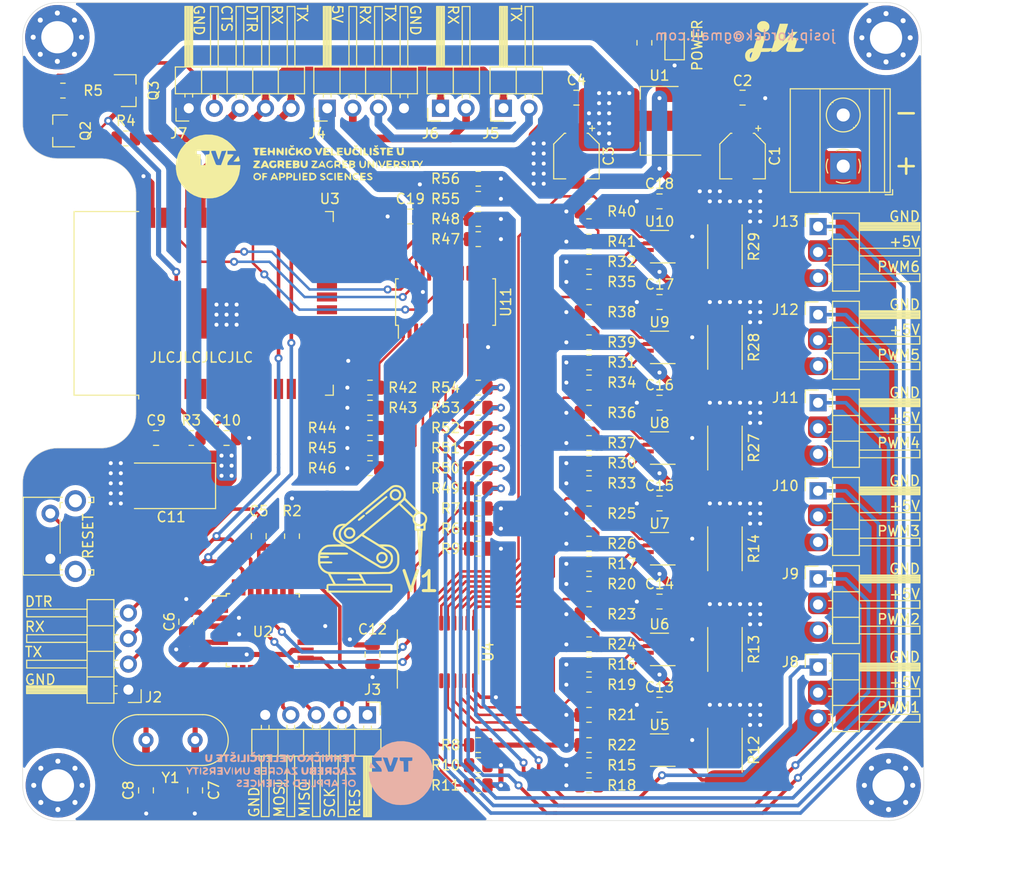
<source format=kicad_pcb>
(kicad_pcb (version 20221018) (generator pcbnew)
  (layers (0 "F.Cu" signal) (31 "B.Cu" signal) (34 "B.Paste" user) (35 "F.Paste" user) (36 "B.SilkS" user "B.Silkscreen") (37 "F.SilkS" user "F.Silkscreen") (38 "B.Mask" user) (39 "F.Mask" user) (44 "Edge.Cuts" user))
  (net 0 "")
  (net 1 "+5V")
  (net 2 "GND")
  (net 3 "+3V3")
  (net 4 "DTR")
  (net 5 "RES")
  (net 6 "Net-(C7-Pad1)")
  (net 7 "Net-(C8-Pad1)")
  (net 8 "EN")
  (net 9 "Net-(D1-Pad2)")
  (net 10 "TXD")
  (net 11 "RXD")
  (net 12 "MOSI")
  (net 13 "MISO")
  (net 14 "SCK")
  (net 15 "Net-(J4-Pad2)")
  (net 16 "Net-(J4-Pad3)")
  (net 17 "TXD0")
  (net 18 "RXD0")
  (net 19 "CTS")
  (net 20 "PWM_1")
  (net 21 "PWM_2")
  (net 22 "PWM_3")
  (net 23 "PWM_4")
  (net 24 "PWM_5")
  (net 25 "PWM_6")
  (net 26 "AT_SCL")
  (net 27 "AT_SDA")
  (net 28 "SCL2")
  (net 29 "SDA2")
  (net 30 "SCL3")
  (net 31 "SDA3")
  (net 32 "SCL4")
  (net 33 "SDA4")
  (net 34 "SCL5")
  (net 35 "SDA5")
  (net 36 "SCL6")
  (net 37 "SDA6")
  (net 38 "SCL7")
  (net 39 "SDA7")
  (net 40 "ESP_SCL")
  (net 41 "ESP_SDA")
  (net 42 "Net-(Q2-Pad1)")
  (net 43 "Net-(Q3-Pad1)")
  (net 44 "Net-(R8-Pad2)")
  (net 45 "Net-(R9-Pad2)")
  (net 46 "Net-(R10-Pad2)")
  (net 47 "Net-(R11-Pad2)")
  (net 48 "Net-(R15-Pad1)")
  (net 49 "Net-(R16-Pad1)")
  (net 50 "Net-(R17-Pad1)")
  (net 51 "Net-(R18-Pad1)")
  (net 52 "Net-(R19-Pad1)")
  (net 53 "Net-(R20-Pad1)")
  (net 54 "Net-(R30-Pad1)")
  (net 55 "Net-(R31-Pad1)")
  (net 56 "Net-(R32-Pad1)")
  (net 57 "Net-(R33-Pad1)")
  (net 58 "Net-(R34-Pad1)")
  (net 59 "Net-(R35-Pad1)")
  (net 60 "Net-(R42-Pad1)")
  (net 61 "Net-(R43-Pad1)")
  (net 62 "Net-(R44-Pad1)")
  (net 63 "Net-(R45-Pad1)")
  (net 64 "Net-(R46-Pad1)")
  (net 65 "OE")
  (net 66 "Net-(R48-Pad1)")
  (net 67 "Net-(R49-Pad2)")
  (net 68 "Net-(R50-Pad2)")
  (net 69 "Net-(R51-Pad2)")
  (net 70 "Net-(R52-Pad2)")
  (net 71 "Net-(R53-Pad2)")
  (net 72 "Net-(R54-Pad2)")
  (net 126 "DTR2")
  (net 127 "Net-(J9-Pad3)")
  (net 128 "Net-(J10-Pad3)")
  (net 129 "Net-(J11-Pad3)")
  (net 130 "Net-(J12-Pad3)")
  (net 131 "Net-(J13-Pad3)")
  (net 132 "Net-(J8-Pad3)")
  (net 133 "Net-(R57-Pad2)")
  (net 134 "SCL1")
  (net 135 "SDA1")
  (footprint "Capacitor_SMD:C_0805_2012Metric" (layer "F.Cu") (at 163.75 74.7)
    (fp_text reference "C2")
    (fp_text value "1u")
  )
  (footprint "Capacitor_SMD:C_0805_2012Metric" (layer "F.Cu") (at 147.25 74.7 180)
    (fp_text reference "C4")
    (fp_text value "1u")
  )
  (footprint "Capacitor_SMD:C_0805_2012Metric" (layer "F.Cu") (at 115.7 118.25 90)
    (fp_text reference "C5")
    (fp_text value "100n")
  )
  (footprint "Capacitor_SMD:C_0805_2012Metric" (layer "F.Cu") (at 108.5 126.75 90)
    (fp_text reference "C6")
    (fp_text value "100n")
  )
  (footprint "LED_SMD:LED_0805_2012Metric" (layer "F.Cu") (at 157 69.25 90)
    (fp_text reference "D1" hide)
    (fp_text value "RED")
  )
  (footprint "Package_TO_SOT_SMD:SOT-23" (layer "F.Cu") (at 96 78 180)
    (fp_text reference "Q2")
    (fp_text value "S8050")
  )
  (footprint "Package_TO_SOT_SMD:SOT-23" (layer "F.Cu") (at 102.75 74)
    (fp_text reference "Q3")
    (fp_text value "S8050")
  )
  (footprint "Resistor_SMD:R_0805_2012Metric" (layer "F.Cu") (at 154 69.25 90)
    (fp_text reference "R1" hide)
    (fp_text value "470")
  )
  (footprint "Resistor_SMD:R_0805_2012Metric" (layer "F.Cu") (at 119 118.25 -90)
    (fp_text reference "R2")
    (fp_text value "10k")
  )
  (footprint "Resistor_SMD:R_0805_2012Metric" (layer "F.Cu") (at 102.5 78.75 180)
    (fp_text reference "R4")
    (fp_text value "10k")
  )
  (footprint "Button_Switch_THT:SW_Tactile_SPST_Angled_PTS645Vx39-2LFS" (layer "F.Cu") (at 95 120.5 90)
    (fp_text reference "SW1" hide)
    (fp_text value "RESET")
  )
  (footprint "Package_QFP:TQFP-32_7x7mm_P0.8mm" (layer "F.Cu") (at 116.1 127.59)
    (fp_text reference "U2")
    (fp_text value "ATmega328P-AU")
  )
  (footprint "Capacitor_SMD:CP_Elec_4x5.4" (layer "F.Cu") (at 163.75 80.5 -90)
    (fp_text reference "C1")
    (fp_text value "4u7")
  )
  (footprint "Capacitor_SMD:CP_Elec_4x5.4" (layer "F.Cu") (at 147.25 80.5 -90)
    (fp_text reference "C3")
    (fp_text value "4u7")
  )
  (footprint "Capacitor_SMD:C_0805_2012Metric" (layer "F.Cu") (at 109.38 143.5 -90)
    (fp_text reference "C7")
    (fp_text value "22p")
  )
  (footprint "Capacitor_SMD:C_0805_2012Metric" (layer "F.Cu") (at 104.5 143.5 -90)
    (fp_text reference "C8")
    (fp_text value "22p")
  )
  (footprint "Crystal:Crystal_HC49-4H_Vertical" (layer "F.Cu") (at 104.5 138.5)
    (fp_text reference "Y1")
    (fp_text value "16MHz")
  )
  (footprint "Resistor_SMD:R_0805_2012Metric" (layer "F.Cu") (at 148.5 103 180)
    (fp_text reference "R34")
    (fp_text value "10k")
  )
  (footprint "Resistor_SMD:R_0805_2012Metric" (layer "F.Cu") (at 148.5 99)
    (fp_text reference "R39")
    (fp_text value "10k")
  )
  (footprint "Resistor_SMD:R_0805_2012Metric" (layer "F.Cu") (at 148.5 93 180)
    (fp_text reference "R35")
    (fp_text value "10k")
  )
  (footprint "Resistor_SMD:R_0805_2012Metric" (layer "F.Cu") (at 137.5 111.5 180)
    (fp_text reference "R50")
    (fp_text value "220")
  )
  (footprint "Resistor_SMD:R_0805_2012Metric" (layer "F.Cu") (at 137.5 113.5 180)
    (fp_text reference "R49")
    (fp_text value "220")
  )
  (footprint "Resistor_SMD:R_0805_2012Metric" (layer "F.Cu") (at 137.5 86.75)
    (fp_text reference "R48")
    (fp_text value "10k")
  )
  (footprint "Resistor_SMD:R_0805_2012Metric" (layer "F.Cu") (at 126.75 107.5 180)
    (fp_text reference "R44")
    (fp_text value "10k")
  )
  (footprint "Resistor_SMD:R_0805_2012Metric" (layer "F.Cu") (at 148.5 113 180)
    (fp_text reference "R33")
    (fp_text value "10k")
  )
  (footprint "Resistor_SMD:R_0805_2012Metric" (layer "F.Cu") (at 137.5 88.75)
    (fp_text reference "R47")
    (fp_text value "10k")
  )
  (footprint "Resistor_SMD:R_0805_2012Metric" (layer "F.Cu") (at 148.5 86)
    (fp_text reference "R40")
    (fp_text value "10k")
  )
  (footprint "Resistor_SMD:R_0805_2012Metric" (layer "F.Cu") (at 148.5 109)
    (fp_text reference "R37")
    (fp_text value "10k")
  )
  (footprint "Resistor_SMD:R_0805_2012Metric" (layer "F.Cu") (at 126.75 111.5 180)
    (fp_text reference "R46")
    (fp_text value "10k")
  )
  (footprint "Resistor_SMD:R_0805_2012Metric" (layer "F.Cu") (at 126.75 105.5 180)
    (fp_text reference "R43")
    (fp_text value "10k")
  )
  (footprint "Resistor_SMD:R_0805_2012Metric" (layer "F.Cu") (at 148.5 106)
    (fp_text reference "R36")
    (fp_text value "10k")
  )
  (footprint "Resistor_SMD:R_0805_2012Metric" (layer "F.Cu") (at 148.5 89)
    (fp_text reference "R41")
    (fp_text value "10k")
  )
  (footprint "Resistor_SMD:R_0805_2012Metric" (layer "F.Cu") (at 126.75 109.5 180)
    (fp_text reference "R45")
    (fp_text value "10k")
  )
  (footprint "Resistor_SMD:R_0805_2012Metric" (layer "F.Cu") (at 126.75 103.5 180)
    (fp_text reference "R42")
    (fp_text value "10k")
  )
  (footprint "Resistor_SMD:R_0805_2012Metric" (layer "F.Cu") (at 148.5 96)
    (fp_text reference "R38")
    (fp_text value "10k")
  )
  (footprint "Resistor_SMD:R_0805_2012Metric" (layer "F.Cu") (at 148.5 129)
    (fp_text reference "R24")
    (fp_text value "10k")
  )
  (footprint "Resistor_SMD:R_0805_2012Metric" (layer "F.Cu") (at 148.5 133 180)
    (fp_text reference "R19")
    (fp_text value "10k")
  )
  (footprint "Resistor_SMD:R_0805_2012Metric" (layer "F.Cu") (at 148.5 101 180)
    (fp_text reference "R31")
    (fp_text value "10k")
  )
  (footprint "Resistor_SMD:R_0805_2012Metric" (layer "F.Cu") (at 148.5 119)
    (fp_text reference "R26")
    (fp_text value "10k")
  )
  (footprint "Resistor_SMD:R_0805_2012Metric" (layer "F.Cu") (at 148.5 121 180)
    (fp_text reference "R17")
    (fp_text value "10k")
  )
  (footprint "Resistor_SMD:R_0805_2012Metric" (layer "F.Cu") (at 137.5 141 180)
    (fp_text reference "R10")
    (fp_text value "10k")
  )
  (footprint "Resistor_SMD:R_0805_2012Metric" (layer "F.Cu") (at 148.5 111 180)
    (fp_text reference "R30")
    (fp_text value "10k")
  )
  (footprint "Resistor_SMD:R_0805_2012Metric" (layer "F.Cu") (at 148.5 143 180)
    (fp_text reference "R18")
    (fp_text value "10k")
  )
  (footprint "Resistor_SMD:R_0805_2012Metric" (layer "F.Cu") (at 148.5 141 180)
    (fp_text reference "R15")
    (fp_text value "10k")
  )
  (footprint "Resistor_SMD:R_0805_2012Metric" (layer "F.Cu") (at 148.5 126)
    (fp_text reference "R23")
    (fp_text value "10k")
  )
  (footprint "Resistor_SMD:R_0805_2012Metric" (layer "F.Cu") (at 148.5 139)
    (fp_text reference "R22")
    (fp_text value "10k")
  )
  (footprint "Resistor_SMD:R_0805_2012Metric" (layer "F.Cu") (at 148.5 116)
    (fp_text reference "R25")
    (fp_text value "10k")
  )
  (footprint "Resistor_SMD:R_0805_2012Metric" (layer "F.Cu") (at 137.5 143 180)
    (fp_text reference "R11")
    (fp_text value "10k")
  )
  (footprint "Resistor_SMD:R_0805_2012Metric" (layer "F.Cu") (at 148.5 136)
    (fp_text reference "R21")
    (fp_text value "10k")
  )
  (footprint "Resistor_SMD:R_0805_2012Metric" (layer "F.Cu") (at 148.5 131 180)
    (fp_text reference "R16")
    (fp_text value "10k")
  )
  (footprint "Resistor_SMD:R_0805_2012Metric" (layer "F.Cu") (at 137.5 119.5 180)
    (fp_text reference "R9")
    (fp_text value "10k")
  )
  (footprint "Resistor_SMD:R_0805_2012Metric" (layer "F.Cu") (at 148.5 91 180)
    (fp_text reference "R32")
    (fp_text value "10k")
  )
  (footprint "Resistor_SMD:R_0805_2012Metric" (layer "F.Cu") (at 148.5 123 180)
    (fp_text reference "R20")
    (fp_text value "10k")
  )
  (footprint "Package_TO_SOT_SMD:SOT-23-8" (layer "F.Cu") (at 155.5 119.5 180)
    (fp_text reference "U7")
    (fp_text value "INA219AxDCN")
  )
  (footprint "Package_TO_SOT_SMD:SOT-23-8" (layer "F.Cu") (at 155.5 139.5 180)
    (fp_text reference "U5")
    (fp_text value "INA219AxDCN")
  )
  (footprint "Package_TO_SOT_SMD:SOT-23-8" (layer "F.Cu") (at 155.5 109.5 180)
    (fp_text reference "U8")
    (fp_text value "INA219AxDCN")
  )
  (footprint "Package_SO:TSSOP-28_4.4x9.7mm_P0.65mm" (layer "F.Cu") (at 134.25 95 90)
    (fp_text reference "U11")
    (fp_text value "PCA9685PW")
  )
  (footprint "Package_TO_SOT_SMD:SOT-23-8" (layer "F.Cu") (at 155.5 89.5 180)
    (fp_text reference "U10")
    (fp_text value "INA219AxDCN")
  )
  (footprint "Package_TO_SOT_SMD:SOT-23-8" (layer "F.Cu") (at 155.5 129.5 180)
    (fp_text reference "U6")
    (fp_text value "INA219AxDCN")
  )
  (footprint "Package_SO:TSSOP-24_4.4x7.8mm_P0.65mm" (layer "F.Cu") (at 133.5 129.75 90)
    (fp_text reference "U4")
    (fp_text value "TCA9548APWR")
  )
  (footprint "Package_TO_SOT_SMD:SOT-23-8" (layer "F.Cu") (at 155.5 99.5 180)
    (fp_text reference "U9")
    (fp_text value "INA219AxDCN")
  )
  (footprint "Resistor_SMD:R_2512_6332Metric" (layer "F.Cu") (at 162 129.5 90)
    (fp_text reference "R13")
    (fp_text value "R100")
  )
  (footprint "Resistor_SMD:R_2512_6332Metric" (layer "F.Cu") (at 162 139.5 90)
    (fp_text reference "R12")
    (fp_text value "R100")
  )
  (footprint "Resistor_SMD:R_2512_6332Metric" (layer "F.Cu") (at 162 99.5 90)
    (fp_text reference "R28")
    (fp_text value "R100")
  )
  (footprint "Resistor_SMD:R_2512_6332Metric" (layer "F.Cu") (at 162 109.5 90)
    (fp_text reference "R27")
    (fp_text value "R100")
  )
  (footprint "Resistor_SMD:R_2512_6332Metric" (layer "F.Cu") (at 162 119.5 90)
    (fp_text reference "R14")
    (fp_text value "R100")
  )
  (footprint "Resistor_SMD:R_0805_2012Metric" (layer "F.Cu") (at 137.5 139 180)
    (fp_text reference "R8")
    (fp_text value "10k")
  )
  (footprint "Resistor_SMD:R_0805_2012Metric" (layer "F.Cu") (at 137.5 115.5 180)
    (fp_text reference "R7")
    (fp_text value "10k")
  )
  (footprint "Resistor_SMD:R_0805_2012Metric" (layer "F.Cu") (at 137.5 117.5 180)
    (fp_text reference "R6")
    (fp_text value "10k")
  )
  (footprint "Resistor_SMD:R_0805_2012Metric" (layer "F.Cu") (at 137.5 109.5 180)
    (fp_text reference "R51")
    (fp_text value "220")
  )
  (footprint "Resistor_SMD:R_0805_2012Metric" (layer "F.Cu") (at 137.5 84.75 180)
    (fp_text reference "R55")
    (fp_text value "10k")
  )
  (footprint "Resistor_SMD:R_0805_2012Metric" (layer "F.Cu") (at 137.5 103.5 180)
    (fp_text reference "R54")
    (fp_text value "220")
  )
  (footprint "Resistor_SMD:R_0805_2012Metric" (layer "F.Cu") (at 137.5 105.5 180)
    (fp_text reference "R53")
    (fp_text value "220")
  )
  (footprint "Resistor_SMD:R_0805_2012Metric" (layer "F.Cu") (at 137.5 82.75 180)
    (fp_text reference "R56")
    (fp_text value "10k")
  )
  (footprint "Resistor_SMD:R_0805_2012Metric" (layer "F.Cu") (at 137.5 107.5 180)
    (fp_text reference "R52")
    (fp_text value "220")
  )
  (footprint "Resistor_SMD:R_2512_6332Metric" (layer "F.Cu") (at 162 89.5 90)
    (fp_text reference "R29")
    (fp_text value "R100")
  )
  (footprint "MountingHole:MountingHole_3.2mm_M3_Pad_Via" (layer "F.Cu") (at 178.25 143)
    (fp_text reference "H3" hide)
    (fp_text value "MountingHole")
  )
  (footprint "Capacitor_SMD:C_0805_2012Metric" (layer "F.Cu") (at 155.5 95 180)
    (fp_text reference "C17")
    (fp_text value "100n")
  )
  (footprint "Capacitor_SMD:C_0805_2012Metric" (layer "F.Cu") (at 155.5 105 180)
    (fp_text reference "C16")
    (fp_text value "100n")
  )
  (footprint "Capacitor_SMD:C_0805_2012Metric" (layer "F.Cu") (at 130.75 86.5 180)
    (fp_text reference "C19")
    (fp_text value "10u")
  )
  (footprint "Capacitor_SMD:C_0805_2012Metric" (layer "F.Cu") (at 155.5 135 180)
    (fp_text reference "C13")
    (fp_text value "100n")
  )
  (footprint "Capacitor_SMD:C_0805_2012Metric" (layer "F.Cu") (at 155.5 85 180)
    (fp_text reference "C18")
    (fp_text value "100n")
  )
  (footprint "Capacitor_SMD:C_0805_2012Metric" (layer "F.Cu") (at 155.5 124.75 180)
    (fp_text reference "C14")
    (fp_text value "100n")
  )
  (footprint "Capacitor_SMD:C_0805_2012Metric" (layer "F.Cu") (at 127 130 -90)
    (fp_text reference "C12")
    (fp_text value "10u")
  )
  (footprint "Capacitor_SMD:C_0805_2012Metric" (layer "F.Cu") (at 155.5 115 180)
    (fp_text reference "C15")
    (fp_text value "100n")
  )
  (footprint "MountingHole:MountingHole_3.2mm_M3_Pad_Via" (layer "F.Cu") (at 95.697056 68.697056)
    (fp_text reference "H1" hide)
    (fp_text value "MountingHole")
  )
  (footprint "MountingHole:MountingHole_3.2mm_M3_Pad_Via" (layer "F.Cu") (at 178 68.75)
    (fp_text reference "H2" hide)
    (fp_text value "MountingHole")
  )
  (footprint "MountingHole:MountingHole_3.2mm_M3_Pad_Via" (layer "F.Cu") (at 95.75 143)
    (fp_text reference "H4" hide)
    (fp_text value "MountingHole")
  )
  (footprint "Package_TO_SOT_SMD:SOT-223-3_TabPin2" (layer "F.Cu") (at 155.5 77 180)
    (fp_text reference "U1")
    (fp_text value "AMS1117-3.3")
  )
  (footprint "Connector_PinHeader_2.54mm:PinHeader_1x03_P2.54mm_Horizontal" (layer "F.Cu") (at 171.25 131.25)
    (fp_text reference "J8")
    (fp_text value "Conn_01x03_Male")
  )
  (footprint "Connector_PinHeader_2.54mm:PinHeader_1x03_P2.54mm_Horizontal" (layer "F.Cu") (at 171.25 122.5)
    (fp_text reference "J9")
    (fp_text value "Conn_01x03_Male")
  )
  (footprint "Connector_PinHeader_2.54mm:PinHeader_1x03_P2.54mm_Horizontal" (layer "F.Cu") (at 171.25 113.75)
    (fp_text reference "J10")
    (fp_text value "Conn_01x03_Male")
  )
  (footprint "Connector_PinHeader_2.54mm:PinHeader_1x03_P2.54mm_Horizontal" (layer "F.Cu") (at 171.25 105)
    (fp_text reference "J11")
    (fp_text value "Conn_01x03_Male")
  )
  (footprint "Connector_PinHeader_2.54mm:PinHeader_1x03_P2.54mm_Horizontal" (layer "F.Cu") (at 171.25 96.25)
    (fp_text reference "J12")
    (fp_text value "Conn_01x03_Male")
  )
  (footprint "Connector_PinHeader_2.54mm:PinHeader_1x03_P2.54mm_Horizontal" (layer "F.Cu") (at 171.25 87.5)
    (fp_text reference "J13")
    (fp_text value "Conn_01x03_Male")
  )
  (footprint "Connector_PinHeader_2.54mm:PinHeader_1x04_P2.54mm_Horizontal" (layer "F.Cu") (at 102.75 133.5 180)
    (fp_text reference "J2")
    (fp_text value "Prog")
  )
  (footprint "Resistor_SMD:R_0805_2012Metric" (layer "F.Cu") (at 109 108.5 180)
    (fp_text reference "R3")
    (fp_text value "10k")
  )
  (footprint "Capacitor_SMD:C_0805_2012Metric" (layer "F.Cu") (at 112.5 108.5 180)
    (fp_text reference "C10")
    (fp_text value "1u/50V")
  )
  (footprint "Capacitor_SMD:C_0805_2012Metric" (layer "F.Cu") (at 105.5 108.5 180)
    (fp_text reference "C9")
    (fp_text value "100n/50V")
  )
  (footprint "Capacitor_Tantalum_SMD:CP_EIA-7343-31_Kemet-D" (layer "F.Cu") (at 107 113.25 180)
    (fp_text reference "C11")
    (fp_text value "1000u")
  )
  (footprint "Connector_PinHeader_2.54mm:PinHeader_1x05_P2.54mm_Horizontal" (layer "F.Cu") (at 126.5 136 -90)
    (fp_text reference "J3")
    (fp_text value "Conn_01x05_Male")
  )
  (footprint "Connector_PinHeader_2.54mm:PinHeader_1x02_P2.54mm_Horizontal" (layer "F.Cu") (at 140 75.75 90)
    (fp_text reference "J5")
    (fp_text value "Conn_01x02")
  )
  (footprint "RF_Module:ESP32-WROOM-32" (layer "F.Cu") (at 113.219001 95.129999 90)
    (fp_text reference "U3")
    (fp_text value "ESP32-WROOM-32D")
  )
  (footprint "Connector_PinHeader_2.54mm:PinHeader_1x05_P2.54mm_Horizontal" (layer "F.Cu") (at 108.75 75.75 90)
    (fp_text reference "J7")
    (fp_text value "Conn_01x05")
  )
  (footprint "Connector_PinHeader_2.54mm:PinHeader_1x02_P2.54mm_Horizontal" (layer "F.Cu") (at 133.75 75.75 90)
    (fp_text reference "J6")
    (fp_text value "Conn_01x02")
  )
  (footprint "Connector_PinHeader_2.54mm:PinHeader_1x04_P2.54mm_Horizontal" (layer "F.Cu") (at 122.5 75.75 90)
    (fp_text reference "J4")
    (fp_text value "Conn_01x04")
  )
  (footprint "Resistor_SMD:R_0805_2012Metric" (layer "F.Cu") (at 96.25 74)
    (fp_text reference "R5")
    (fp_text value "10k")
  )
  (footprint "TerminalBlock_Phoenix:TerminalBlock_Phoenix_MKDS-1,5-2-5.08_1x02_P5.08mm_Horizontal" (layer "F.Cu") (at 173.75 81.5 90)
    (fp_text reference "J1" hide)
    (fp_text value "5V KON")
  )
  (footprint "RobotskaRuka:logo" (layer "F.Cu") (at 167 69)
    (fp_text reference "G***" hide)
    (fp_text value "LOGO" hide)
  )
  (footprint "RobotskaRuka:ruka" (layer "F.Cu") (at 127 118.5)
    (fp_text reference "G***" hide)
    (fp_text value "LOGO" hide)
  )
  (footprint "RobotskaRuka:tvz" (layer "F.Cu") (at 119.75 81.5)
    (fp_text reference "G***" hide)
    (fp_text value "LOGO" hide)
  )
  (footprint "RobotskaRuka:tvz" (layer "B.Cu") (at 120.75 141.75 180)
    (fp_text reference "G***" hide)
    (fp_text value "LOGO" hide)
  )
  (gr_line (start 179.25 81.5) (end 180.75 81.5) (stroke (width 0.254)) (layer "F.SilkS"))
  (gr_line (start 179.25 76.25) (end 180.75 76.25) (stroke (width 0.254)) (layer "F.SilkS"))
  (gr_line (start 180 82.25) (end 180 80.75) (stroke (width 0.254)) (layer "F.SilkS"))
  (gr_arc (start 95.75 80.75) (mid 93.275126 79.724874) (end 92.25 77.25) (stroke (width 0.05)) (layer "Edge.Cuts"))
  (gr_line (start 100 109.5) (end 95.75 109.5) (stroke (width 0.05)) (layer "Edge.Cuts"))
  (gr_line (start 103.5 84.25) (end 103.5 106) (stroke (width 0.05)) (layer "Edge.Cuts"))
  (gr_line (start 100 80.75) (end 95.75 80.75) (stroke (width 0.05)) (layer "Edge.Cuts"))
  (gr_line (start 181.5 68.75) (end 181.75 143) (stroke (width 0.05)) (layer "Edge.Cuts"))
  (gr_line (start 95.75 65.25) (end 178 65.25) (stroke (width 0.05)) (layer "Edge.Cuts"))
  (gr_line (start 92.25 77.25) (end 92.25 68.75) (stroke (width 0.05)) (layer "Edge.Cuts"))
  (gr_line (start 95.75 146.5) (end 178.25 146.5) (stroke (width 0.05)) (layer "Edge.Cuts"))
  (gr_arc (start 95.75 146.5) (mid 93.275126 145.474874) (end 92.25 143) (stroke (width 0.05)) (layer "Edge.Cuts"))
  (gr_arc (start 92.25 113) (mid 93.275126 110.525126) (end 95.75 109.5) (stroke (width 0.05)) (layer "Edge.Cuts"))
  (gr_arc (start 92.25 68.75) (mid 93.275126 66.275126) (end 95.75 65.25) (stroke (width 0.05)) (layer "Edge.Cuts"))
  (gr_arc (start 178 65.25) (mid 180.474874 66.275126) (end 181.5 68.75) (stroke (width 0.05)) (layer "Edge.Cuts"))
  (gr_arc (start 103.5 106) (mid 102.474874 108.474874) (end 100 109.5) (stroke (width 0.05)) (layer "Edge.Cuts"))
  (gr_arc (start 100 80.75) (mid 102.474874 81.775126) (end 103.5 84.25) (stroke (width 0.05)) (layer "Edge.Cuts"))
  (gr_arc (start 181.75 143) (mid 180.724874 145.474874) (end 178.25 146.5) (stroke (width 0.05)) (layer "Edge.Cuts"))
  (gr_line (start 92.25 143) (end 92.25 113) (stroke (width 0.05)) (layer "Edge.Cuts"))
  (gr_text "josip.kordek@gmail.com" (at 164 68.5) (layer "B.SilkS") (effects (font (size 1 1)) (justify mirror)))
  (gr_text "PWM1\n" (at 179.25 135.25) (layer "F.SilkS") (effects (font (size 1 1))))
  (gr_text "PWM2\n" (at 179.25 126.5) (layer "F.SilkS") (effects (font (size 1 1))))
  (gr_text "+5V" (at 179.845238 132.75) (layer "F.SilkS") (effects (font (size 1 1))))
  (gr_text "GND" (at 179.845238 86.5) (layer "F.SilkS") (effects (font (size 1 1))))
  (gr_text "GND" (at 179.845238 104) (layer "F.SilkS") (effects (font (size 1 1))))
  (gr_text "GND" (at 131.25 67 270) (layer "F.SilkS") (effects (font (size 1 1))))
  (gr_text "TX" (at 141.25 66.333334 270) (layer "F.SilkS") (effects (font (size 1 1))))
  (gr_text "+5V" (at 179.845238 97.75) (layer "F.SilkS") (effects (font (size 1 1))))
  (gr_text "RX" (at 135 66.452381 270) (layer "F.SilkS") (effects (font (size 1 1))))
  (gr_text "V1" (at 131.75 122.75) (layer "F.SilkS") (effects (font (size 2 2) (thickness 0.3))))
  (gr_text "POWER" (at 159.25 69.5 90) (layer "F.SilkS") (effects (font (size 1 1))))
  (gr_text "+5V" (at 179.845238 89) (layer "F.SilkS") (effects (font (size 1 1))))
  (gr_text "MOSI" (at 117.75 144.369047 90) (layer "F.SilkS") (effects (font (size 1 1))))
  (gr_text "+5V" (at 179.845238 106.5) (layer "F.SilkS") (effects (font (size 1 1))))
  (gr_text "GND" (at 179.845238 112.75) (layer "F.SilkS") (effects (font (size 1 1))))
  (gr_text "GND" (at 109.75 67 270) (layer "F.SilkS") (effects (font (size 1 1))))
  (gr_text "MISO" (at 120.25 144.369047 90) (layer "F.SilkS") (effects (font (size 1 1))))
  (gr_text "GND" (at 179.845238 95.25) (layer "F.SilkS") (effects (font (size 1 1))))
  (gr_text "RX" (at 126.25 66.452381 270) (layer "F.SilkS") (effects (font (size 1 1))))
  (gr_text "+5V" (at 179.845238 115.25) (layer "F.SilkS") (effects (font (size 1 1))))
  (gr_text "RES" (at 125.25 144.75 90) (layer "F.SilkS") (effects (font (size 1 1))))
  (gr_text "SCK" (at 122.75 144.702381 90) (layer "F.SilkS") (effects (font (size 1 1))))
  (gr_text "5V" (at 123.5 66.380953 270) (layer "F.SilkS") (effects (font (size 1 1))))
  (gr_text "PWM4\n" (at 179.25 109) (layer "F.SilkS") (effects (font (size 1 1))))
  (gr_text "+5V" (at 179.845238 124) (layer "F.SilkS") (effects (font (size 1 1))))
  (gr_text "RESET" (at 98.75 118.25 90) (layer "F.SilkS") (effects (font (size 1 1))))
  (gr_text "RX" (at 117.5 66.452381 270) (layer "F.SilkS") (effects (font (size 1 1))))
  (gr_text "GND" (at 179.845238 130.25) (layer "F.SilkS") (effects (font (size 1 1))))
  (gr_text "JLCJLCJLCJLC" (at 110 100.5) (layer "F.SilkS") (effects (font (size 1 1))))
  (gr_text "DTR" (at 115 66.857143 270) (layer "F.SilkS") (effects (font (size 1 1))))
  (gr_text "GND" (at 115.25 144.654762 90) (layer "F.SilkS") (effects (font (size 1 1))))
  (gr_text "TX" (at 128.75 66.333334 270) (layer "F.SilkS") (effects (font (size 1 1))))
  (gr_text "PWM6\n" (at 179.25 91.5) (layer "F.SilkS") (effects (font (size 1 1))))
  (gr_text "GND" (at 179.845238 121.5) (layer "F.SilkS") (effects (font (size 1 1))))
  (gr_text "DTR" (at 93.857143 124.75) (layer "F.SilkS") (effects (font (size 1 1))))
  (gr_text "CTS" (at 112.5 66.833334 270) (layer "F.SilkS") (effects (font (size 1 1))))
  (gr_text "PWM3\n" (at 179.25 117.75) (layer "F.SilkS") (effects (font (size 1 1))))
  (gr_text "TX" (at 93.333334 129.75) (layer "F.SilkS") (effects (font (size 1 1))))
  (gr_text "TX" (at 120 66.333334 270) (layer "F.SilkS") (effects (font (size 1 1))))
  (gr_text "PWM5\n" (at 179.25 100.25) (layer "F.SilkS") (effects (font (size 1 1))))
  (gr_text "GND" (at 94 132.5) (layer "F.SilkS") (effects (font (size 1 1))))
  (gr_text "RX" (at 93.452381 127.25) (layer "F.SilkS") (effects (font (size 1 1))))
  (segment (start 147.5875 129) (end 146.25 129) (width 0.508) (layer "F.Cu") (net 1))
  (segment (start 147.5875 96) (end 146.25 96) (width 0.508) (layer "F.Cu") (net 1))
  (segment (start 147.5875 116) (end 146.25 116) (width 0.508) (layer "F.Cu") (net 1))
  (segment (start 119.042 129.59) (end 118.632 130) (width 0.508) (layer "F.Cu") (net 1))
  (segment (start 147.5875 119) (end 146.25 119) (width 0.508) (layer "F.Cu") (net 1))
  (segment (start 156.45 112.95) (end 155.5 112) (width 0.762) (layer "F.Cu") (net 1))
  (segment (start 147.5875 99) (end 146.25 99) (width 0.508) (layer "F.Cu") (net 1))
  (segment (start 158.65 74.7) (end 155.55 74.7) (width 0.762) (layer "F.Cu") (net 1))
  (segment (start 162.8 76.05) (end 163.75 77) (width 0.508) (layer "F.Cu") (net 1))
  (segment (start 155.5 74.75) (end 155.5 73.25) (width 0.762) (layer "F.Cu") (net 1))
  (segment (start 125.3 129.05) (end 124.75 128.5) (width 0.508) (layer "F.Cu") (net 1))
  (segment (start 109.55 127.7) (end 110.06 127.19) (width 0.508) (layer "F.Cu") (net 1))
  (segment (start 131.7 88.3) (end 131.7 86.5) (width 0.3556) (layer "F.Cu") (net 1))
  (segment (start 156.45 135) (end 156.45 132.95) (width 0.762) (layer "F.Cu") (net 1))
  (segment (start 128.3625 126.8875) (end 127 128.25) (width 0.3556) (layer "F.Cu") (net 1))
  (segment (start 162.8 74.7) (end 162.8 76.05) (width 0.508) (layer "F.Cu") (net 1))
  (segment (start 156.45 122.95) (end 155.5 122) (width 0.762) (layer "F.Cu") (net 1))
  (segment (start 157.5 115) (end 158 115.5) (width 0.3556) (layer "F.Cu") (net 1))
  (segment (start 108.79 128.79) (end 108.5 128.5) (width 0.508) (layer "F.Cu") (net 1))
  (segment (start 110.06 127.19) (end 110.56 127.19) (width 0.508) (layer "F.Cu") (net 1))
  (segment (start 155.55 74.7) (end 155.5 74.75) (width 0.762) (layer "F.Cu") (net 1))
  (segment (start 157.48 128.52) (end 156.6 128.52) (width 0.3556) (layer "F.Cu") (net 1))
  (segment (start 138.4125 82.75) (end 139.75 82.75) (width 0.508) (layer "F.Cu") (net 1))
  (segment (start 130.025 89.975) (end 131.7 88.3) (width 0.3556) (layer "F.Cu") (net 1))
  (segment (start 129.925 126.8875) (end 128.3625 126.8875) (width 0.3556) (layer "F.Cu") (net 1))
  (segment (start 158 108) (end 158 105.5) (width 0.3556) (layer "F.Cu") (net 1))
  (segment (start 157.48 118.52) (end 156.6 118.52) (width 0.3556) (layer "F.Cu") (net 1))
  (segment (start 147.5875 109) (end 146.25 109) (width 0.508) (layer "F.Cu") (net 1))
  (segment (start 157.48 108.52) (end 158 108) (width 0.3556) (layer "F.Cu") (net 1))
  (segment (start 139.75 115.5) (end 138.4125 115.5) (width 0.508) (layer "F.Cu") (net 1))
  (segment (start 130.025 92.1375) (end 130.025 89.975) (width 0.3556) (layer "F.Cu") (net 1))
  (segment (start 127 129.05) (end 125.3 129.05) (width 0.508) (layer "F.Cu") (net 1))
  (segment (start 156.45 95) (end 156.45 92.95) (width 0.762) (layer "F.Cu") (net 1))
  (segment (start 155.5 73.25) (end 155.25 73) (width 0.762) (layer "F.Cu") (net 1))
  (segment (start 111.85 128.79) (end 108.79 128.79) (width 0.508) (layer "F.Cu") (net 1))
  (segment (start 158 128) (end 157.48 128.52) (width 0.3556) (layer "F.Cu") (net 1))
  (segment (start 156.25 74) (end 156.95 74.7) (width 0.762) (layer "F.Cu") (net 1))
  (segment (start 156.45 115) (end 156.45 112.95) (width 0.762) (layer "F.Cu") (net 1))
  (segment (start 158 138) (end 157.48 138.52) (width 0.3556) (layer "F.Cu") (net 1))
  (segment (start 157.5 124.75) (end 158 125.25) (width 0.3556) (layer "F.Cu") (net 1))
  (segment (start 156.45 132.95) (end 155.5 132) (width 0.762) (layer "F.Cu") (net 1))
  (segment (start 131.7 83.313) (end 131.699 83.312) (width 0.762) (layer "F.Cu") (net 1))
  (segment (start 147.5875 106) (end 146.25 106) (width 0.508) (layer "F.Cu") (net 1))
  (segment (start 147.5875 136) (end 146.25 136) (width 0.508) (layer "F.Cu") (net 1))
  (segment (start 156.6 88.52) (end 157.48 88.52) (width 0.3556) (layer "F.Cu") (net 1))
  (segment (start 157.5 95) (end 158 95.5) (width 0.3556) (layer "F.Cu") (net 1))
  (segment (start 157.5 135) (end 158 135.5) (width 0.3556) (layer "F.Cu") (net 1))
  (segment (start 119 117.3375) (end 119 114.5) (width 0.508) (layer "F.Cu") (net 1))
  (segment (start 127 128.25) (end 127 129.05) (width 0.3556) (layer "F.Cu") (net 1))
  (segment (start 147.5875 139) (end 146.25 139) (width 0.508) (layer "F.Cu") (net 1))
  (segment (start 146.25 139) (end 138.4125 139) (width 0.508) (layer "F.Cu") (net 1))
  (segment (start 154 71.75) (end 155.25 73) (width 0.762) (layer "F.Cu") (net 1))
  (segment (start 154 70.1625) (end 154 71.75) (width 0.762) (layer "F.Cu") (net 1))
  (segment (start 131.7 86.5) (end 131.7 83.313) (width 0.762) (layer "F.Cu") (net 1))
  (segment (start 139.75 117.5) (end 138.4125 117.5) (width 0.508) (layer "F.Cu") (net 1))
  (segment (start 155.25 73) (end 156.25 74) (width 0.762) (layer "F.Cu") (net 1))
  (segment (start 157.25 105) (end 156.45 105) (width 0.3556) (layer "F.Cu") (net 1))
  (segment (start 111.85 127.19) (end 110.56 127.19) (width 0.508) (layer "F.Cu") (net 1))
  (segment (start 155.5 74.75) (end 156.25 74) (width 0.762) (layer "F.Cu") (net 1))
  (segment (start 156.6 108.52) (end 157.48 108.52) (width 0.3556) (layer "F.Cu") (net 1))
  (segment (start 157.5 105) (end 157.25 105) (width 0.3556) (layer "F.Cu") (net 1))
  (segment (start 147.5875 89) (end 146.25 89) (width 0.508) (layer "F.Cu") (net 1))
  (segment (start 157.5 85) (end 156.45 85) (width 0.3556) (layer "F.Cu") (net 1))
  (segment (start 156.45 124.75) (end 157.5 124.75) (width 0.3556) (layer "F.Cu") (net 1))
  (segment (start 108.5 127.7) (end 108.5 128.5) (width 0.762) (layer "F.Cu") (net 1))
  (segment (start 120.35 129.59) (end 119.042 129.59) (width 0.508) (layer "F.Cu") (net 1))
  (segment (start 158 95.5) (end 158 98) (width 0.3556) (layer "F.Cu") (net 1))
  (segment (start 158 105.5) (end 157.5 105) (width 0.3556) (layer "F.Cu") (net 1))
  (segment (start 155.5 74.75) (end 156.9 74.75) (width 0.762) (layer "F.Cu") (net 1))
  (segment (start 158 88) (end 158 85.5) (width 0.3556) (layer "F.Cu") (net 1))
  (segment (start 158 85.5) (end 157.5 85) (width 0.3556) (layer "F.Cu") (net 1))
  (segment (start 147.5875 126) (end 146.25 126) (width 0.508) (layer "F.Cu") (net 1))
  (segment (start 156.45 102.95) (end 155.5 102) (width 0.762) (layer "F.Cu") (net 1))
  (segment (start 118.632 130) (end 114.5 130) (width 0.508) (layer "F.Cu") (net 1))
  (segment (start 163.75 77) (end 163.75 78.7) (width 0.508) (layer "F.Cu") (net 1))
  (segment (start 156.45 105) (end 156.45 102.95) (width 0.762) (layer "F.Cu") (net 1))
  (segment (start 108.5 128.5) (end 107.5 129.5) (width 0.762) (layer "F.Cu") (net 1))
  (segment (start 138.4125 84.75) (end 139.75 84.75) (width 0.508) (layer "F.Cu") (net 1))
  (segment (start 157.48 138.52) (end 156.6 138.52) (width 0.3556) (layer "F.Cu") (net 1))
  (segment (start 156.45 124.75) (end 156.45 122.95) (width 0.762) (layer "F.Cu") (net 1))
  (segment (start 156.45 115) (end 157.5 115) (width 0.3556) (layer "F.Cu") (net 1))
  (segment (start 156.45 85) (end 156.45 82.7) (width 0.762) (layer "F.Cu") (net 1))
  (segment (start 158 125.25) (end 158 128) (width 0.3556) (layer "F.Cu") (net 1))
  (segment (start 156.45 92.95) (end 155.5 92) (width 0.762) (layer "F.Cu") (net 1))
  (segment (start 156.9 74.75) (end 156.95 74.7) (width 0.762) (layer "F.Cu") (net 1))
  (segment (start 157.48 88.52) (end 158 88) (width 0.3556) (layer "F.Cu") (net 1))
  (segment (start 147.5875 86) (end 146.25 86) (width 0.508) (layer "F.Cu") (net 1))
  (segment (start 156.45 82.7) (end 155.5 81.75) (width 0.762) (layer "F.Cu") (net 1))
  (segment (start 108.5 127.7) (end 109.55 127.7) (width 0.508) (layer "F.Cu") (net 1))
  (segment (start 156.45 135) (end 157.5 135) (width 0.3556) (layer "F.Cu") (net 1))
  (segment (start 158 118) (end 157.48 118.52) (width 0.3556) (layer "F.Cu") (net 1))
  (segment (start 157.48 98.52) (end 156.6 98.52) (width 0.3556) (layer "F.Cu") (net 1))
  (segment (start 158 135.5) (end 158 138) (width 0.3556) (layer "F.Cu") (net 1))
  (segment (start 156.45 95) (end 157.5 95) (width 0.3556) (layer "F.Cu") (net 1))
  (segment (start 158 98) (end 157.48 98.52) (width 0.3556) (layer "F.Cu") (net 1))
  (segment (start 162.8 74.7) (end 158.65 74.7) (width 0.508) (layer "F.Cu") (net 1))
  (segment (start 158 115.5) (end 158 118) (width 0.3556) (layer "F.Cu") (net 1))
  (via (at 146.25 119) (size 0.8) (drill 0.4) (layers "F.Cu" "B.Cu") (net 1))
  (via (at 155.5 81.75) (size 0.8) (drill 0.4) (layers "F.Cu" "B.Cu") (net 1))
  (via (at 131.699 83.312) (size 0.8) (drill 0.4) (layers "F.Cu" "B.Cu") (net 1))
  (via (at 139.75 82.75) (size 0.8) (drill 0.4) (layers "F.Cu" "B.Cu") (net 1))
  (via (at 114.5 130) (size 0.8) (drill 0.4) (layers "F.Cu" "B.Cu") (net 1))
  (via (at 155.5 92) (size 0.8) (drill 0.4) (layers "F.Cu" "B.Cu") (net 1))
  (via (at 146.25 116) (size 0.8) (drill 0.4) (layers "F.Cu" "B.Cu") (net 1))
  (via (at 146.25 96) (size 0.8) (drill 0.4) (layers "F.Cu" "B.Cu") (net 1))
  (via (at 155.5 112) (size 0.8) (drill 0.4) (layers "F.Cu" "B.Cu") (net 1))
  (via (at 146.25 89) (size 0.8) (drill 0.4) (layers "F.Cu" "B.Cu") (net 1))
  (via (at 139.75 117.5) (size 0.8) (drill 0.4) (layers "F.Cu" "B.Cu") (net 1))
  (via (at 155.5 122) (size 0.8) (drill 0.4) (layers "F.Cu" "B.Cu") (net 1))
  (via (at 146.25 109) (size 0.8) (drill 0.4) (layers "F.Cu" "B.Cu") (net 1))
  (via (at 155.5 132) (size 0.8) (drill 0.4) (layers "F.Cu" "B.Cu") (net 1))
  (via (at 119 114.5) (size 0.8) (drill 0.4) (layers "F.Cu" "B.Cu") (net 1))
  (via (at 107.5 129.5) (size 0.8) (drill 0.4) (layers "F.Cu" "B.Cu") (net 1))
  (via (at 146.25 86) (size 0.8) (drill 0.4) (layers "F.Cu" "B.Cu") (net 1))
  (via (at 155.5 102) (size 0.8) (drill 0.4) (layers "F.Cu" "B.Cu") (net 1))
  (via (at 139.75 84.75) (size 0.8) (drill 0.4) (layers "F.Cu" "B.Cu") (net 1))
  (via (at 146.25 139) (size 0.8) (drill 0.4) (layers "F.Cu" "B.Cu") (net 1))
  (via (at 155.5 74.75) (size 0.8) (drill 0.4) (layers "F.Cu" "B.Cu") (net 1))
  (via (at 146.25 126) (size 0.8) (drill 0.4) (layers "F.Cu" "B.Cu") (net 1))
  (via (at 146.25 129) (size 0.8) (drill 0.4) (layers "F.Cu" "B.Cu") (net 1))
  (via (at 146.25 106) (size 0.8) (drill 0.4) (layers "F.Cu" "B.Cu") (net 1))
  (via (at 146.25 136) (size 0.8) (drill 0.4) (layers "F.Cu" "B.Cu") (net 1))
  (via (at 146.25 99) (size 0.8) (drill 0.4) (layers "F.Cu" "B.Cu") (net 1))
  (via (at 124.75 128.5) (size 0.8) (drill 0.4) (layers "F.Cu" "B.Cu") (net 1))
  (via (at 139.75 115.5) (size 0.8) (drill 0.4) (layers "F.Cu" "B.Cu") (net 1))
  (segment (start 155.5 74.75) (end 155.5 74.75) (width 0.762) (layer "B.Cu") (net 1))
  (segment (start 144.25 90) (end 144.25 94) (width 1.524) (layer "B.Cu") (net 1))
  (segment (start 131.699 84.949) (end 131.699 83.312) (width 1.524) (layer "B.Cu") (net 1))
  (segment (start 146.25 126) (end 143.25 123) (width 1.524) (layer "B.Cu") (net 1))
  (segment (start 142 117.5) (end 144.125 119.625) (width 1.524) (layer "B.Cu") (net 1))
  (segment (start 146.25 139) (end 146.25 136) (width 1.524) (layer "B.Cu") (net 1))
  (segment (start 131.699 86.949) (end 131.699 86.551) (width 1.524) (layer "B.Cu") (net 1))
  (segment (start 108 130) (end 109.25 130) (width 1.524) (layer "B.Cu") (net 1))
  (segment (start 121.75 115.25) (end 122.5 114.5) (width 1.524) (layer "B.Cu") (net 1))
  (segment (start 123.125 116.375) (end 122.875 116.375) (width 1.524) (layer "B.Cu") (net 1))
  (segment (start 144.25 94) (end 146.25 96) (width 1.524) (layer "B.Cu") (net 1))
  (segment (start 148.25 129) (end 149.75 129) (width 1.524) (layer "B.Cu") (net 1))
  (segment (start 146.25 129) (end 145.25 129) (width 1.524) (layer "B.Cu") (net 1))
  (segment (start 146.25 86) (end 146.25 89) (width 1.524) (layer "B.Cu") (net 1))
  (segment (start 143.5 130.75) (end 143.5 133.25) (width 1.524) (layer "B.Cu") (net 1))
  (segment (start 145.25 129) (end 143.5 130.75) (width 1.524) (layer "B.Cu") (net 1))
  (segment (start 146.25 106) (end 149.25 109) (width 1.524) (layer "B.Cu") (net 1))
  (segment (start 111.75 130) (end 110.75 130) (width 1.524) (layer "B.Cu") (net 1))
  (segment (start 139.75 83.874) (end 139.188 83.312) (width 1.524) (layer "B.Cu") (net 1))
  (segment (start 124 114.5) (end 126 114.5) (width 1.524) (layer "B.Cu") (net 1))
  (segment (start 111.75 130) (end 114.5 130) (width 1.524) (layer "B.Cu") (net 1))
  (segment (start 124.125 116.375) (end 126 114.5) (width 1.524) (layer "B.Cu") (net 1))
  (segment (start 139.75 84.75) (end 141.5 84.75) (width 1.524) (layer "B.Cu") (net 1))
  (segment (start 152.5 99) (end 155.5 102) (width 1.524) (layer "B.Cu") (net 1))
  (segment (start 123.125 116.375) (end 124.125 116.375) (width 1.524) (layer "B.Cu") (net 1))
  (segment (start 143.25 123) (end 143.25 120.5) (width 1.524) (layer "B.Cu") (net 1))
  (segment (start 139.75 115.5) (end 143.75 115.5) (width 0.762) (layer "B.Cu") (net 1))
  (segment (start 146.25 119) (end 149.25 119) (width 1.524) (layer "B.Cu") (net 1))
  (segment (start 152.5 119) (end 155.5 122) (width 1.524) (layer "B.Cu") (net 1))
  (segment (start 146.25 129) (end 148.25 129) (width 1.524) (layer "B.Cu") (net 1))
  (segment (start 131.699 90.199) (end 131.699 86.949) (width 1.524) (layer "B.Cu") (net 1))
  (segment (start 144.526 99.724) (end 144.526 104.276) (width 1.524) (layer "B.Cu") (net 1))
  (segment (start 144.526 100.724) (end 144.526 104.267) (width 0.762) (layer "B.Cu") (net 1))
  (segment (start 146.25 109) (end 142.75 109) (width 1.524) (layer "B.Cu") (net 1))
  (segment (start 133.5 84.75) (end 131.898 84.75) (width 1.524) (layer "B.Cu") (net 1))
  (segment (start 130.062 83.312) (end 131.699 84.949) (width 1.524) (layer "B.Cu") (net 1))
  (segment (start 146.25 86) (end 142.75 86) (width 1.524) (layer "B.Cu") (net 1))
  (segment (start 131.699 86.551) (end 133.5 84.75) (width 1.524) (layer "B.Cu") (net 1))
  (segment (start 149.75 109) (end 152.5 109) (width 1.524) (layer "B.Cu") (net 1))
  (segment (start 109.625 129.625) (end 109.25 130) (width 1.524) (layer "B.Cu") (net 1))
  (segment (start 146.25 87.5) (end 147.75 89) (width 1.524) (layer "B.Cu") (net 1))
  (segment (start 146.25 99) (end 148.5 99) (width 1.524) (layer "B.Cu") (net 1))
  (segment (start 146.25 126) (end 146.25 127) (width 1.524) (layer "B.Cu") (net 1))
  (segment (start 146.25 116) (end 143.75 113.5) (width 1.524) (layer "B.Cu") (net 1))
  (segment (start 145.25 89) (end 144.25 90) (width 1.524) (layer "B.Cu") (net 1))
  (segment (start 109.25 130) (end 111.75 130) (width 1.524) (layer "B.Cu") (net 1))
  (segment (start 149.75 129) (end 152.5 129) (width 1.524) (layer "B.Cu") (net 1))
  (segment (start 131.699 86.949) (end 131.699 84.949) (width 1.524) (layer "B.Cu") (net 1))
  (segment (start 131.898 84.75) (end 131.699 84.949) (width 1.524) (layer "B.Cu") (net 1))
  (segment (start 139.75 82.75) (end 132.261 82.75) (width 1.524) (layer "B.Cu") (net 1))
  (segment (start 142.5 86.25) (end 142.75 86) (width 1.524) (layer "B.Cu") (net 1))
  (segment (start 146.25 96) (end 146.25 96.75) (width 1.524) (layer "B.Cu") (net 1))
  (segment (start 133.75 92.25) (end 131.699 90.199) (width 1.524) (layer "B.Cu") (net 1))
  (segment (start 120.625 116.375) (end 123.125 116.375) (width 1.524) (layer "B.Cu") (net 1))
  (segment (start 139.188 83.312) (end 139.75 82.75) (width 0.762) (layer "B.Cu") (net 1))
  (segment (start 155.5 81.75) (end 154.25 83) (width 1.524) (layer "B.Cu") (net 1))
  (segment (start 146.25 119) (end 147.5 117.75) (width 1.524) (layer "B.Cu") (net 1))
  (segment (start 124.125 116.125) (end 122.5 114.5) (width 1.524) (layer "B.Cu") (net 1))
  (segment (start 124.75 128.5) (end 124.75 118) (width 1.524) (layer "B.Cu") (net 1))
  (segment (start 128.875 111.625) (end 128.875 124.375) (width 1.524) (layer "B.Cu") (net 1))
  (segment (start 142.5 89) (end 142.5 86.25) (width 1.524) (layer "B.Cu") (net 1))
  (segment (start 142.5 109.25) (end 142.5 89) (width 1.524) (layer "B.Cu") (net 1))
  (segment (start 109.625 128.875) (end 109.625 129.625) (width 1.524) (layer "B.Cu") (net 1))
  (segment (start 152.5 89) (end 147.75 89) (width 1.524) (layer "B.Cu") (net 1))
  (segment (start 146.25 126) (end 145 126) (width 1.524) (layer "B.Cu") (net 1))
  (segment (start 143.25 120.5) (end 144.125 119.625) (width 1.524) (layer "B.Cu") (net 1))
  (segment (start 146.25 86) (end 143.5 86) (width 1.524) (layer "B.Cu") (net 1))
  (segment (start 139.75 115.5) (end 141.5 115.5) (width 1.524) (layer "B.Cu") (net 1))
  (segment (start 147.5 117.75) (end 148 117.75) (width 1.524) (layer "B.Cu") (net 1))
  (segment (start 137 84.75) (end 136.75 84.75) (width 1.524) (layer "B.Cu") (net 1))
  (segment (start 146.25 107) (end 148.25 109) (width 1.524) (layer "B.Cu") (net 1))
  (segment (start 146.25 119) (end 144.75 119) (width 1.524) (layer "B.Cu") (net 1))
  (segment (start 142.5 114.5) (end 142.5 109.25) (width 1.524) (layer "B.Cu") (net 1))
  (segment (start 109.625 127.375) (end 109.625 128.875) (width 1.524) (layer "B.Cu") (net 1))
  (segment (start 107.5 129.5) (end 109.625 127.375) (width 1.524) (layer "B.Cu") (net 1))
  (segment (start 136.75 84.75) (end 134.25 87.25) (width 1.524) (layer "B.Cu") (net 1))
  (segment (start 128.875 101.375) (end 133.75 96.5) (width 1.524) (layer "B.Cu") (net 1))
  (segment (start 141 84.75) (end 142.5 86.25) (width 1.524) (layer "B.Cu") (net 1))
  (segment (start 139.75 84.75) (end 137 84.75) (width 1.524) (layer "B.Cu") (net 1))
  (segment (start 120.625 116.375) (end 121.75 115.25) (width 1.524) (layer "B.Cu") (net 1))
  (segment (start 155.5 92) (end 152.5 89) (width 1.524) (layer "B.Cu") (net 1))
  (segment (start 139.75 82.75) (end 142.75 85.75) (width 1.524) (layer "B.Cu") (net 1))
  (segment (start 118.5 118.5) (end 120.625 116.375) (width 1.524) (layer "B.Cu") (net 1))
  (segment (start 127.688 83.312) (end 131.699 83.312) (width 1.524) (layer "B.Cu") (net 1))
  (segment (start 148.25 109) (end 149.75 109) (width 1.524) (layer "B.Cu") (net 1))
  (segment (start 146.25 116) (end 148 117.75) (width 1.524) (layer "B.Cu") (net 1))
  (segment (start 149.25 109) (end 149.75 109) (width 1.524) (layer "B.Cu") (net 1))
  (segment (start 109.625 127.375) (end 118.5 118.5) (width 1.524) (layer "B.Cu") (net 1))
  (segment (start 155.5 81.75) (end 155.5 74.75) (width 1.524) (layer "B.Cu") (net 1))
  (segment (start 146.25 99) (end 146.25 96) (width 1.524) (layer "B.Cu") (net 1))
  (segment (start 119 114.5) (end 122.5 114.5) (width 1.524) (layer "B.Cu") (net 1))
  (segment (start 149.25 99) (end 149.75 99) (width 1.524) (layer "B.Cu") (net 1))
  (segment (start 141.5 84.75) (end 142.75 86) (width 1.524) (layer "B.Cu") (net 1))
  (segment (start 120.625 116.125) (end 120.625 116.375) (width 1.524) (layer "B.Cu") (net 1))
  (segment (start 146.25 127) (end 148.25 129) (width 1.524) (layer "B.Cu") (net 1))
  (segment (start 108 130) (end 107.5 129.5) (width 1.524) (layer "B.Cu") (net 1))
  (segment (start 124.75 115.75) (end 124.75 115.25) (width 1.524) (layer "B.Cu") (net 1))
  (segment (start 146.25 126) (end 149.25 129) (width 1.524) (layer "B.Cu") (net 1))
  (segment (start 149.25 119) (end 152.5 119) (width 1.524) (layer "B.Cu") (net 1))
  (segment (start 122.875 116.375) (end 121.75 115.25) (width 1.524) (layer "B.Cu") (net 1))
  (segment (start 132.261 82.75) (end 131.699 83.312) (width 1.524) (layer "B.Cu") (net 1))
  (segment (start 146.25 106) (end 146.25 109) (width 1.524) (layer "B.Cu") (net 1))
  (segment (start 137 84.75) (end 133.5 84.75) (width 1.524) (layer "B.Cu") (net 1))
  (segment (start 122.5 75.75) (end 122.5 78.124) (width 1.524) (layer "B.Cu") (net 1))
  (segment (start 131.699 83.312) (end 139.188 83.312) (width 1.524) (layer "B.Cu") (net 1))
  (segment (start 149.25 129) (end 149.75 129) (width 1.524) (layer "B.Cu") (net 1))
  (segment (start 149.25 83) (end 146.25 86) (width 1.524) (layer "B.Cu") (net 1))
  (segment (start 146.25 109) (end 148.25 109) (width 1.524) (layer "B.Cu") (net 1))
  (segment (start 146.25 86) (end 146.25 87.5) (width 1.524) (layer "B.Cu") (net 1))
  (segment (start 146.25 96) (end 149.25 99) (width 1.524) (layer "B.Cu") (net 1))
  (segment (start 142.75 109) (end 142.5 109.25) (width 1.524) (layer "B.Cu") (net 1))
  (segment (start 122.5 78.124) (end 127.688 83.312) (width 1.524) (layer "B.Cu") (net 1))
  (segment (start 146.25 106) (end 144.526 104.276) (width 1.524) (layer "B.Cu") (net 1))
  (segment (start 147.75 89) (end 146.25 89) (width 1.524) (layer "B.Cu") (net 1))
  (segment (start 152.5 129) (end 155.5 132) (width 1.524) (layer "B.Cu") (net 1))
  (segment (start 128.875 111.625) (end 128.875 101.375) (width 1.524) (layer "B.Cu") (net 1))
  (segment (start 146.25 106) (end 146.25 107) (width 1.524) (layer "B.Cu") (net 1))
  (segment (start 124.75 118) (end 124.75 115.75) (width 1.524) (layer "B.Cu") (net 1))
  (segment (start 139.75 84.75) (end 141 84.75) (width 1.524) (layer "B.Cu") (net 1))
  (segment (start 144.526 104.276) (end 144.526 104.267) (width 1.524) (layer "B.Cu") (net 1))
  (segment (start 110.75 130) (end 109.625 128.875) (width 1.524) (layer "B.Cu") (net 1))
  (segment (start 119 114.5) (end 120.625 116.125) (width 1.524) (layer "B.Cu") (net 1))
  (segment (start 154.25 83) (end 149.25 83) (width 1.524) (layer "B.Cu") (net 1))
  (segment (start 139.75 115.5) (end 145.75 115.5) (width 1.524) (layer "B.Cu") (net 1))
  (segment (start 149.75 99) (end 152.5 99) (width 1.524) (layer "B.Cu") (net 1))
  (segment (start 139.75 84.75) (end 133.137 84.75) (width 1.524) (layer "B.Cu") (net 1))
  (segment (start 144.75 119) (end 144.125 119.625) (width 1.524) (layer "B.Cu") (net 1))
  (segment (start 142.75 85.75) (end 142.75 86) (width 1.524) (layer "B.Cu") (net 1))
  (segment (start 144.526 104.276) (end 144.526 100.724) (width 1.524) (layer "B.Cu") (net 1))
  (segment (start 139.75 117.5) (end 142 117.5) (width 1.524) (layer "B.Cu") (net 1))
  (segment (start 146.25 119) (end 146.25 116) (width 1.524) (layer "B.Cu") (net 1))
  (segment (start 124.75 118) (end 124.75 116.75) (width 1.524) (layer "B.Cu") (net 1))
  (segment (start 119 118) (end 118.5 118.5) (width 1.524) (layer "B.Cu") (net 1))
  (segment (start 139.75 84.75) (end 139.75 83.874) (width 1.524) (layer "B.Cu") (net 1))
  (segment (start 127.688 83.312) (end 130.062 83.312) (width 1.524) (layer "B.Cu") (net 1))
  (segment (start 146.25 99) (end 145.25 99) (width 1.524) (layer "B.Cu") (net 1))
  (segment (start 146.25 129) (end 146.25 126) (width 1.524) (layer "B.Cu") (net 1))
  (segment (start 139.75 82.75) (end 139.75 84.75) (width 1.524) (layer "B.Cu") (net 1))
  (segment (start 133.75 96.5) (end 133.75 92.25) (width 1.524) (layer "B.Cu") (net 1))
  (segment (start 126 114.5) (end 128.875 111.625) (width 1.524) (layer "B.Cu") (net 1))
  (segment (start 122.5 114.5) (end 124 114.5) (width 1.524) (layer "B.Cu") (net 1))
  (segment (start 145.25 99) (end 144.526 99.724) (width 1.524) (layer "B.Cu") (net 1))
  (segment (start 146.25 96.75) (end 148.5 99) (width 1.524) (layer "B.Cu") (net 1))
  (segment (start 146.25 109) (end 144.75 109) (width 1.524) (layer "B.Cu") (net 1))
  (segment (start 139.75 117.5) (end 139.75 115.5) (width 1.524) (layer "B.Cu") (net 1))
  (segment (start 143.5 133.25) (end 146.25 136) (width 1.524) (layer "B.Cu") (net 1))
  (segment (start 128.875 124.375) (end 124.75 128.5) (width 1.524) (layer "B.Cu") (net 1))
  (segment (start 124.125 116.375) (end 124.125 116.125) (width 1.524) (layer "B.Cu") (net 1))
  (segment (start 119 114.5) (end 119 118) (width 1.524) (layer "B.Cu") (net 1))
  (segment (start 144.75 126) (end 146.25 126) (width 1.524) (layer "B.Cu") (net 1))
  (segment (start 146.25 89) (end 145.25 89) (width 1.524) (layer "B.Cu") (net 1))
  (segment (start 148.5 99) (end 149.75 99) (width 1.524) (layer "B.Cu") (net 1))
  (segment (start 152.5 109) (end 155.5 112) (width 1.524) (layer "B.Cu") (net 1))
  (segment (start 141.5 115.5) (end 142.5 114.5) (width 1.524) (layer "B.Cu") (net 1))
  (segment (start 148 117.75) (end 149.25 119) (width 1.524) (layer "B.Cu") (net 1))
  (segment (start 133.137 84.75) (end 131.699 83.312) (width 1.524) (layer "B.Cu") (net 1))
  (segment (start 145.75 115.5) (end 146.25 116) (width 1.524) (layer "B.Cu") (net 1))
  (segment (start 139.75 119.5) (end 139.75 119.5) (width 0.25) (layer "F.Cu") (net 2))
  (segment (start 138.4125 88.75) (end 139.75 88.75) (width 0.508) (layer "F.Cu") (net 2))
  (segment (start 156.6 129.83) (end 159.92 129.83) (width 0.3556) (layer "F.Cu") (net 2))
  (segment (start 156.6 99.17) (end 158.08 99.17) (width 0.3556) (layer "F.Cu") (net 2))
  (segment (start 147.5875 123) (end 146.25 123) (width 0.508) (layer "F.Cu") (net 2))
  (segment (start 156.6 119.83) (end 159.92 119.83) (width 0.3556) (layer "F.Cu") (net 2))
  (segment (start 129.8 86.5) (end 128.5 86.5) (width 0.508) (layer "F.Cu") (net 2))
  (segment (start 104.964001 83.214001) (end 104.25 82.5) (width 0.762) (layer "F.Cu") (net 2))
  (segment (start 109.8 125.8) (end 110.39 126.39) (width 0.508) (layer "F.Cu") (net 2))
  (segment (start 104.964001 106.535999) (end 104.55 106.95) (width 0.762) (layer "F.Cu") (net 2))
  (segment (start 154.55 85) (end 153.25 85) (width 0.508) (layer "F.Cu") (net 2))
  (segment (start 111.85 127.99) (end 113.74 127.99) (width 0.508) (layer "F.Cu") (net 2))
  (segment (start 113.7035 126.39) (end 113.7285 126.365) (width 0.508) (layer "F.Cu") (net 2))
  (segment (start 162 88) (end 162 86.5375) (width 0.3556) (layer "F.Cu") (net 2))
  (segment (start 120.35 127.19) (end 122.29 127.19) (width 0.508) (layer "F.Cu") (net 2))
  (segment (start 158.08 119.17) (end 158.75 118.5) (width 0.3556) (layer "F.Cu") (net 2))
  (segment (start 104.55 110.45) (end 103.8875 111.1125) (width 0.762) (layer "F.Cu") (net 2))
  (segment (start 138.4125 143) (end 139.75 143) (width 0.508) (layer "F.Cu") (net 2))
  (segment (start 138.475 97.8625) (end 138.475 99.475) (width 0.3556) (layer "F.Cu") (net 2))
  (segment (start 137.75 134.25) (end 139.25 134.25) (width 0.3556) (layer "F.Cu") (net 2))
  (segment (start 103.8875 111.1125) (end 103.8875 113.25) (width 0.762) (layer "F.Cu") (net 2))
  (segment (start 138.4125 119.5) (end 139.75 119.5) (width 0.508) (layer "F.Cu") (net 2))
  (segment (start 162 137.75) (end 162 136.5375) (width 0.3556) (layer "F.Cu") (net 2))
  (segment (start 156.6 129.17) (end 158.08 129.17) (width 0.3556) (layer "F.Cu") (net 2))
  (segment (start 147.5875 103) (end 146.25 103) (width 0.508) (layer "F.Cu") (net 2))
  (segment (start 147.5875 91) (end 146.25 91) (width 0.508) (layer "F.Cu") (net 2))
  (segment (start 154.55 135) (end 153.25 135) (width 0.508) (layer "F.Cu") (net 2))
  (segment (start 125.8375 111.5) (end 124.5 111.5) (width 0.508) (layer "F.Cu") (net 2))
  (segment (start 111.85 126.39) (end 113.7035 126.39) (width 0.508) (layer "F.Cu") (net 2))
  (segment (start 156.6 89.83) (end 160.17 89.83) (width 0.3556) (layer "F.Cu") (net 2))
  (segment (start 156.6 109.83) (end 159.92 109.83) (width 0.3556) (layer "F.Cu") (net 2))
  (segment (start 131.975 93.975) (end 132 94) (width 0.25) (layer "F.Cu") (net 2))
  (segment (start 138.4125 141) (end 139.75 141) (width 0.508) (layer "F.Cu") (net 2))
  (segment (start 113.74 127.99) (end 113.75 128) (width 0.25) (layer "F.Cu") (net 2))
  (segment (start 159.92 109.83) (end 162 107.75) (width 0.3556) (layer "F.Cu") (net 2))
  (segment (start 159.92 129.83) (end 162 127.75) (width 0.3556) (layer "F.Cu") (net 2))
  (segment (start 159.92 99.83) (end 162 97.75) (width 0.3556) (layer "F.Cu") (net 2))
  (segment (start 138.4125 86.75) (end 139.75 86.75) (width 0.508) (layer "F.Cu") (net 2))
  (segment (start 160.17 89.83) (end 162 88) (width 0.3556) (layer "F.Cu") (net 2))
  (segment (start 156.6 119.17) (end 158.08 119.17) (width 0.3556) (layer "F.Cu") (net 2))
  (segment (start 164.7 74.7) (end 165.95 74.7) (width 0.762) (layer "F.Cu") (net 2))
  (segment (start 147.5875 133) (end 146.25 133) (width 0.508) (layer "F.Cu") (net 2))
  (segment (start 147.5875 143) (end 146.25 143) (width 0.508) (layer "F.Cu") (net 2))
  (segment (start 110.39 126.39) (end 111.85 126.39) (width 0.508) (layer "F.Cu") (net 2))
  (segment (start 156.6 139.83) (end 159.92 139.83) (width 0.3556) (layer "F.Cu") (net 2))
  (segment (start 104.55 108.5) (end 104.55 110.45) (width 0.762) (layer "F.Cu") (net 2))
  (segment (start 162 127.75) (end 162 126.5375) (width 0.3556) (layer "F.Cu") (net 2))
  (segment (start 104.964001 86.629999) (end 104.964001 83.214001) (width 0.762) (layer "F.Cu") (net 2))
  (segment (start 125.8375 103.5) (end 124.5 103.5) (width 0.508) (layer "F.Cu") (net 2))
  (segment (start 158.08 139.17) (end 158.75 138.5) (width 0.3556) (layer "F.Cu") (net 2))
  (segment (start 147.5875 93) (end 146.25 93) (width 0.508) (layer "F.Cu") (net 2))
  (segment (start 159.92 139.83) (end 162 137.75) (width 0.3556) (layer "F.Cu") (net 2))
  (segment (start 124.580001 100.844999) (end 124.587 100.838) (width 0.762) (layer "F.Cu") (net 2))
  (segment (start 131.975 92.1375) (end 131.975 93.975) (width 0.3556) (layer "F.Cu") (net 2))
  (segment (start 147.5875 111) (end 146.25 111) (width 0.508) (layer "F.Cu") (net 2))
  (segment (start 156.6 109.17) (end 158.08 109.17) (width 0.3556) (layer "F.Cu") (net 2))
  (segment (start 147.5875 141) (end 146.25 141) (width 0.508) (layer "F.Cu") (net 2))
  (segment (start 147.5875 113) (end 146.25 113) (width 0.508) (layer "F.Cu") (net 2))
  (segment (start 162 97.75) (end 162 96.5375) (width 0.3556) (layer "F.Cu") (net 2))
  (segment (start 127 130.95) (end 127 132.25) (width 0.3556) (layer "F.Cu") (net 2))
  (segment (start 158.08 99.17) (end 158.75 98.5) (width 0.3556) (layer "F.Cu") (net 2))
  (segment (start 156.6 89.17) (end 158.08 89.17) (width 0.3556) (layer "F.Cu") (net 2))
  (segment (start 139.75 141) (end 139.75 143) (width 0.508) (layer "F.Cu") (net 2))
  (segment (start 125.8375 107.5) (end 124.5 107.5) (width 0.508) (layer "F.Cu") (net 2))
  (segment (start 154.55 95) (end 153.25 95) (width 0.508) (layer "F.Cu") (net 2))
  (segment (start 122.29 127.19) (end 122.301 127.179) (width 0.3556) (layer "F.Cu") (net 2))
  (segment (start 104.964001 103.629999) (end 104.964001 106.535999) (width 0.762) (layer "F.Cu") (net 2))
  (segment (start 109.38 144.45) (end 109.38 145.763) (width 0.762) (layer "F.Cu") (net 2))
  (segment (start 113.45 108.5) (end 114.75 108.5) (width 0.508) (layer "F.Cu") (net 2))
  (segment (start 162 107.75) (end 162 106.5375) (width 0.3556) (layer "F.Cu") (net 2))
  (segment (start 122.474001 100.844999) (end 124.580001 100.844999) (width 0.762) (layer "F.Cu") (net 2))
  (segment (start 147.5875 101) (end 146.25 101) (width 0.508) (layer "F.Cu") (net 2))
  (segment (start 158.08 129.17) (end 158.75 128.5) (width 0.3556) (layer "F.Cu") (net 2))
  (segment (start 137.075 132.6125) (end 137.075 133.575) (width 0.3556) (layer "F.Cu") (net 2))
  (segment (start 156.6 99.83) (end 159.92 99.83) (width 0.3556) (layer "F.Cu") (net 2))
  (segment (start 154.55 105) (end 153.25 105) (width 0.508) (layer "F.Cu") (net 2))
  (segment (start 154.55 115) (end 153.25 115) (width 0.508) (layer "F.Cu") (net 2))
  (segment (start 108.5 125.8) (end 108.5 124.5) (width 0.762) (layer "F.Cu") (net 2))
  (segment (start 108.5 125.8) (end 109.8 125.8) (width 0.508) (layer "F.Cu") (net 2))
  (segment (start 158.08 89.17) (end 158.75 88.5) (width 0.3556) (layer "F.Cu") (net 2))
  (segment (start 104.5 144.45) (end 104.5 145.775) (width 0.762) (layer "F.Cu") (net 2))
  (segment (start 159.92 119.83) (end 162 117.75) (width 0.3556) (layer "F.Cu") (net 2))
  (segment (start 104.5 145.775) (end 104.521 145.796) (width 0.762) (layer "F.Cu") (net 2))
  (segment (start 147.5875 121) (end 146.25 121) (width 0.508) (layer "F.Cu") (net 2))
  (segment (start 109.38 145.763) (end 109.347 145.796) (width 0.762) (layer "F.Cu") (net 2))
  (segment (start 137.075 133.575) (end 137.75 134.25) (width 0.3556) (layer "F.Cu") (net 2))
  (segment (start 158.08 109.17) (end 158.75 108.5) (width 0.3556) (layer "F.Cu") (net 2))
  (segment (start 147.5875 131) (end 146.25 131) (width 0.508) (layer "F.Cu") (net 2))
  (segment (start 125.8375 105.5) (end 124.5 105.5) (width 0.508) (layer "F.Cu") (net 2))
  (segment (start 156.6 139.17) (end 158.08 139.17) (width 0.3556) (layer "F.Cu") (net 2))
  (segment (start 104.55 106.95) (end 104.55 108.5) (width 0.762) (layer "F.Cu") (net 2))
  (segment (start 154.55 124.75) (end 153.25 124.75) (width 0.508) (layer "F.Cu") (net 2))
  (segment (start 162 117.75) (end 162 116.5375) (width 0.3556) (layer "F.Cu") (net 2))
  (segment (start 125.8375 109.5) (end 124.5 109.5) (width 0.508) (layer "F.Cu") (net 2))
  (segment (start 157 70.1875) (end 157 71.5) (width 0.762) (layer "F.Cu") (net 2))
  (segment (start 165.95 74.7) (end 166 74.75) (width 0.762) (layer "F.Cu") (net 2))
  (via (at 158.75 128.5) (size 0.8) (drill 0.4) (layers "F.Cu" "B.Cu") (net 2))
  (via (at 160.5 125) (size 0.8) (drill 0.4) (layers "F.Cu" "B.Cu") (net 2))
  (via (at 165.5 126) (size 0.8) (drill 0.4) (layers "F.Cu" "B.Cu") (net 2))
  (via (at 144 83.25) (size 0.8) (drill 0.4) (layers "F.Cu" "B.Cu") (net 2))
  (via (at 111.5 95.25) (size 0.8) (drill 0.4) (layers "F.Cu" "B.Cu") (net 2))
  (via (at 112.5 95.25) (size 0.8) (drill 0.4) (layers "F.Cu" "B.Cu") (net 2))
  (via (at 102 113) (size 0.8) (drill 0.4) (layers "F.Cu" "B.Cu") (net 2))
  (via (at 112.5 97.25) (size 0.8) (drill 0.4) (layers "F.Cu" "B.Cu") (net 2))
  (via (at 162.5 85) (size 0.8) (drill 0.4) (layers "F.Cu" "B.Cu") (net 2))
  (via (at 108.5 124.5) (size 0.8) (drill 0.4) (layers "F.Cu" "B.Cu") (net 2))
  (via (at 163.5 105) (size 0.8) (drill 0.4) (layers "F.Cu" "B.Cu") (net 2))
  (via (at 164.5 117) (size 0.8) (drill 0.4) (layers "F.Cu" "B.Cu") (net 2))
  (via (at 101 111) (size 0.8) (drill 0.4) (layers "F.Cu" "B.Cu") (net 2))
  (via (at 111.5 96.25) (size 0.8) (drill 0.4) (layers "F.Cu" "B.Cu") (net 2))
  (via (at 153.25 85) (size 0.8) (drill 0.4) (layers "F.Cu" "B.Cu") (net 2))
  (via (at 162.5 105) (size 0.8) (drill 0.4) (layers "F.Cu" "B.Cu") (net 2))
  (via (at 139.75 119.5) (size 0.8) (drill 0.4) (layers "F.Cu" "B.Cu") (net 2))
  (via (at 113.7285 126.365) (size 0.8) (drill 0.4) (layers "F.Cu" "B.Cu") (net 2))
  (via (at 163.5 95) (size 0.8) (drill 0.4) (layers "F.Cu" "B.Cu") (net 2))
  (via (at 101 113) (size 0.8) (drill 0.4) (layers "F.Cu" "B.Cu") (net 2))
  (via (at 164.5 97) (size 0.8) (drill 0.4) (layers "F.Cu" "B.Cu") (net 2))
  (via (at 102 112) (size 0.8) (drill 0.4) (layers "F.Cu" "B.Cu") (net 2))
  (via (at 124.587 100.838) (size 0.8) (drill 0.4) (layers "F.Cu" "B.Cu") (net 2))
  (via (at 113.5 96.25) (size 0.8) (drill 0.4) (layers "F.Cu" "B.Cu") (net 2))
  (via (at 164.5 106) (size 0.8) (drill 0.4) (layers "F.Cu" "B.Cu") (net 2))
  (via (at 101 115) (size 0.8) (drill 0.4) (layers "F.Cu" "B.Cu") (net 2))
  (via (at 158.75 98.5) (size 0.8) (drill 0.4) (layers "F.Cu" "B.Cu") (net 2))
  (via (at 164.5 96) (size 0.8) (drill 0.4) (layers "F.Cu" "B.Cu") (net 2))
  (via (at 139.75 86.75) (size 0.8) (drill 0.4) (layers "F.Cu" "B.Cu") (net 2))
  (via (at 164.5 126) (size 0.8) (drill 0.4) (layers "F.Cu" "B.Cu") (net 2))
  (via (at 157 71.5) (size 0.8) (drill 0.4) (layers "F.Cu" "B.Cu") (net 2))
  (via (at 146.25 111) (size 0.8) (drill 0.4) (layers "F.Cu" "B.Cu") (net 2))
  (via (at 164.5 136) (size 0.8) (drill 0.4) (layers "F.Cu" "B.Cu") (net 2))
  (via (at 124.5 109.5) (size 0.8) (drill 0.4) (layers "F.Cu" "B.Cu") (net 2))
  (via (at 153.25 124.75) (size 0.8) (drill 0.4) (layers "F.Cu" "B.Cu") (net 2))
  (via (at 102 115) (size 0.8) (drill 0.4) (layers "F.Cu" "B.Cu") (net 2))
  (via (at 162.5 135) (size 0.8) (drill 0.4) (layers "F.Cu" "B.Cu") (net 2))
  (via (at 146.25 103) (size 0.8) (drill 0.4) (layers "F.Cu" "B.Cu") (net 2))
  (via (at 124.5 111.5) (size 0.8) (drill 0.4) (layers "F.Cu" "B.Cu") (net 2))
  (via (at 164.5 87) (size 0.8) (drill 0.4) (layers "F.Cu" "B.Cu") (net 2))
  (via (at 161.5 115) (size 0.8) (drill 0.4) (layers "F.Cu" "B.Cu") (net 2))
  (via (at 161.5 85) (size 0.8) (drill 0.4) (layers "F.Cu" "B.Cu") (net 2))
  (via (at 165.5 95) (size 0.8) (drill 0.4) (layers "F.Cu" "B.Cu") (net 2))
  (via (at 165.5 106) (size 0.8) (drill 0.4) (layers "F.Cu" "B.Cu") (net 2))
  (via (at 164.5 105) (size 0.8) (drill 0.4) (layers "F.Cu" "B.Cu") (net 2))
  (via (at 165.5 116) (size 0.8) (drill 0.4) (layers "F.Cu" "B.Cu") (net 2))
  (via (at 164.5 115) (size 0.8) (drill 0.4) (layers "F.Cu" "B.Cu") (net 2))
  (via (at 164.5 125) (size 0.8) (drill 0.4) (layers "F.Cu" "B.Cu") (net 2))
  (via (at 165.5 137) (size 0.8) (drill 0.4) (layers "F.Cu" "B.Cu") (net 2))
  (via (at 164.5 86) (size 0.8) (drill 0.4) (layers "F.Cu" "B.Cu") (net 2))
  (via (at 162.5 95) (size 0.8) (drill 0.4) (layers "F.Cu" "B.Cu") (net 2))
  (via (at 153.25 95) (size 0.8) (drill 0.4) (layers "F.Cu" "B.Cu") (net 2))
  (via (at 146.25 93) (size 0.8) (drill 0.4) (layers "F.Cu" "B.Cu") (net 2))
  (via (at 164.5 116) (size 0.8) (drill 0.4) (layers "F.Cu" "B.Cu") (net 2))
  (via (at 102 111) (size 0.8) (drill 0.4) (layers "F.Cu" "B.Cu") (net 2))
  (via (at 144 80.25) (size 0.8) (drill 0.4) (layers "F.Cu" "B.Cu") (net 2))
  (via (at 139.25 134.25) (size 0.8) (drill 0.4) (layers "F.Cu" "B.Cu") (net 2))
  (via (at 160.5 135) (size 0.8) (drill 0.4) (layers "F.Cu" "B.Cu") (net 2))
  (via (at 165.5 84) (size 0.8) (drill 0.4) (layers "F.Cu" "B.Cu") (net 2))
  (via (at 165.5 86) (size 0.8) (drill 0.4) (layers "F.Cu" "B.Cu") (net 2))
  (via (at 124.5 107.5) (size 0.8) (drill 0.4) (layers "F.Cu" "B.Cu") (net 2))
  (via (at 127 132.25) (size 0.8) (drill 0.4) (layers "F.Cu" "B.Cu") (net 2))
  (via (at 164.5 135) (size 0.8) (drill 0.4) (layers "F.Cu" "B.Cu") (net 2))
  (via (at 161.5 105) (size 0.8) (drill 0.4) (layers "F.Cu" "B.Cu") (net 2))
  (via (at 124.5 103.5) (size 0.8) (drill 0.4) (layers "F.Cu" "B.Cu") (net 2))
  (via (at 163.5 135) (size 0.8) (drill 0.4) (layers "F.Cu" "B.Cu") (net 2))
  (via (at 144 79.25) (size 0.8) (drill 0.4) (layers "F.Cu" "B.Cu") (net 2))
  (via (at 104.521 145.796) (size 0.8) (drill 0.4) (layers "F.Cu" "B.Cu") (net 2))
  (via (at 146.25 121) (size 0.8) (drill 0.4) (layers "F.Cu" "B.Cu") (net 2))
  (via (at 146.25 123) (size 0.8) (drill 0.4) (layers "F.Cu" "B.Cu") (net 2))
  (via (at 146.25 91) (size 0.8) (drill 0.4) (layers "F.Cu" "B.Cu") (net 2))
  (via (at 165.5 136) (size 0.8) (drill 0.4) (layers "F.Cu" "B.Cu") (net 2))
  (via (at 166 74.75) (size 0.8) (drill 0.4) (layers "F.Cu" "B.Cu") (net 2))
  (via (at 128.5 86.5) (size 0.8) (drill 0.4) (layers "F.Cu" "B.Cu") (net 2))
  (via (at 163.5 115) (size 0.8) (drill 0.4) (layers "F.Cu" "B.Cu") (net 2))
  (via (at 113.75 128) (size 0.8) (drill 0.4) (layers "F.Cu" "B.Cu") (net 2))
  (via (at 146.25 133) (size 0.8) (drill 0.4) (layers "F.Cu" "B.Cu") (net 2))
  (via (at 165.5 125) (size 0.8) (drill 0.4) (layers "F.Cu" "B.Cu") (net 2))
  (via (at 112.5 96.25) (size 0.8) (drill 0.4) (layers "F.Cu" "B.Cu") (net 2))
  (via (at 153.25 135) (size 0.8) (drill 0.4) (layers "F.Cu" "B.Cu") (net 2))
  (via (at 164.5 137) (size 0.8) (drill 0.4) (layers "F.Cu" "B.Cu") (net 2))
  (via (at 132 94) (size 0.8) (drill 0.4) (layers "F.Cu" "B.Cu") (net 2))
  (via (at 161.5 95) (size 0.8) (drill 0.4) (layers "F.Cu" "B.Cu") (net 2))
  (via (at 146.25 141) (size 0.8) (drill 0.4) (layers "F.Cu" "B.Cu") (net 2))
  (via (at 165.5 135) (size 0.8) (drill 0.4) (layers "F.Cu" "B.Cu") (net 2))
  (via (at 153.25 105) (size 0.8) (drill 0.4) (layers "F.Cu" "B.Cu") (net 2))
  (via (at 158.75 118.5) (size 0.8) (drill 0.4) (layers "F.Cu" "B.Cu") (net 2))
  (via (at 162.5 125) (size 0.8) (drill 0.4) (layers "F.Cu" "B.Cu") (net 2))
  (via (at 139.75 141) (size 0.8) (drill 0.4) (layers "F.Cu" "B.Cu") (net 2))
  (via (at 164.5 107) (size 0.8) (drill 0.4) (layers "F.Cu" "B.Cu") (net 2))
  (via (at 165.5 105) (size 0.8) (drill 0.4) (layers "F.Cu" "B.Cu") (net 2))
  (via (at 139.75 143) (size 0.8) (drill 0.4) (layers "F.Cu" "B.Cu") (net 2))
  (via (at 161.5 84) (size 0.8) (drill 0.4) (layers "F.Cu" "B.Cu") (net 2))
  (via (at 143 79.25) (size 0.8) (drill 0.4) (layers "F.Cu" "B.Cu") (net 2))
  (via (at 161.5 135) (size 0.8) (drill 0.4) (layers "F.Cu" "B.Cu") (net 2))
  (via (at 122.301 127.179) (size 0.8) (drill 0.4) (layers "F.Cu" "B.Cu") (net 2))
  (via (at 165.5 85) (size 0.8) (drill 0.4) (layers "F.Cu" "B.Cu") (net 2))
  (via (at 153.25 115) (size 0.8) (drill 0.4) (layers "F.Cu" "B.Cu") (net 2))
  (via (at 138.475 99.475) (size 0.8) (drill 0.4) (layers "F.Cu" "B.Cu") (net 2))
  (via (at 161.5 125) (size 0.8) (drill 0.4) (layers "F.Cu" "B.Cu") (net 2))
  (via (at 146.25 113) (size 0.8) (drill 0.4) (layers "F.Cu" "B.Cu") (net 2))
  (via (at 114.75 108.5) (size 0.8) (drill 0.4) (layers "F.Cu" "B.Cu") (net 2))
  (via (at 143 82.25) (size 0.8) (drill 0.4) (layers "F.Cu" "B.Cu") (net 2))
  (via (at 163.5 85) (size 0.8) (drill 0.4) (layers "F.Cu" "B.Cu") (net 2))
  (via (at 113.5 97.25) (size 0.8) (drill 0.4) (layers "F.Cu" "B.Cu") (net 2))
  (via (at 160.5 115) (size 0.8) (drill 0.4) (layers "F.Cu" "B.Cu") (net 2))
  (via (at 144 81.25) (size 0.8) (drill 0.4) (layers "F.Cu" "B.Cu") (net 2))
  (via (at 160.5 95) (size 0.8) (drill 0.4) (layers "F.Cu" "B.Cu") (net 2))
  (via (at 160.5 85) (size 0.8) (drill 0.4) (layers "F.Cu" "B.Cu") (net 2))
  (via (at 159.5 84) (size 0.8) (drill 0.4) (layers "F.Cu" "B.Cu") (net 2))
  (via (at 146.25 131) (size 0.8) (drill 0.4) (layers "F.Cu" "B.Cu") (net 2))
  (via (at 165.5 96) (size 0.8) (drill 0.4) (layers "F.Cu" "B.Cu") (net 2))
  (via (at 158.75 138.5) (size 0.8) (drill 0.4) (layers "F.Cu" "B.Cu") (net 2))
  (via (at 163.5 125) (size 0.8) (drill 0.4) (layers "F.Cu" "B.Cu") (net 2))
  (via (at 124.5 105.5) (size 0.8) (drill 0.4) (layers "F.Cu" "B.Cu") (net 2))
  (via (at 101 114) (size 0.8) (drill 0.4) (layers "F.Cu" "B.Cu") (net 2))
  (via (at 165.5 117) (size 0.8) (drill 0.4) (layers "F.Cu" "B.Cu") (net 2))
  (via (at 143 83.25) (size 0.8) (drill 0.4) (layers "F.Cu" "B.Cu") (net 2))
  (via (at 146.25 143) (size 0.8) (drill 0.4) (layers "F.Cu" "B.Cu") (net 2))
  (via (at 158.75 88.5) (size 0.8) (drill 0.4) (layers "F.Cu" "B.Cu") (net 2))
  (via (at 143 80.25) (size 0.8) (drill 0.4) (layers "F.Cu" "B.Cu") (net 2))
  (via (at 160.5 105) (size 0.8) (drill 0.4) (layers "F.Cu" "B.Cu") (net 2))
  (via (at 158.75 108.5) (size 0.8) (drill 0.4) (layers "F.Cu" "B.Cu") (net 2))
  (via (at 160.5 84) (size 0.8) (drill 0.4) (layers "F.Cu" "B.Cu") (net 2))
  (via (at 144 82.25) (size 0.8) (drill 0.4) (layers "F.Cu" "B.Cu") (net 2))
  (via (at 113.5 95.25) (size 0.8) (drill 0.4) (layers "F.Cu" "B.Cu") (net 2))
  (via (at 162.5 115) (size 0.8) (drill 0.4) (layers "F.Cu" "B.Cu") (net 2))
  (via (at 102 114) (size 0.8) (drill 0.4) (layers "F.Cu" "B.Cu") (net 2))
  (via (at 139.75 88.75) (size 0.8) (drill 0.4) (layers "F.Cu" "B.Cu") (net 2))
  (via (at 165.5 107) (size 0.8) (drill 0.4) (layers "F.Cu" "B.Cu") (net 2))
  (via (at 111.5 97.25) (size 0.8) (drill 0.4) (layers "F.Cu" "B.Cu") (net 2))
  (via (at 109.347 145.796) (size 0.8) (drill 0.4) (layers "F.Cu" "B.Cu") (net 2))
  (via (at 104.25 82.5) (size 0.8) (drill 0.4) (layers "F.Cu" "B.Cu") (net 2))
  (via (at 146.25 101) (size 0.8) (drill 0.4) (layers "F.Cu" "B.Cu") (net 2))
  (via (at 165.5 115) (size 0.8) (drill 0.4) (layers "F.Cu" "B.Cu") (net 2))
  (via (at 165.5 127) (size 0.8) (drill 0.4) (layers "F.Cu" "B.Cu") (net 2))
  (via (at 101 112) (size 0.8) (drill 0.4) (layers "F.Cu" "B.Cu") (net 2))
  (via (at 165.5 87) (size 0.8) (drill 0.4) (layers "F.Cu" "B.Cu") (net 2))
  (via (at 164.5 85) (size 0.8) (drill 0.4) (layers "F.Cu" "B.Cu") (net 2))
  (via (at 164.5 95) (size 0.8) (drill 0.4) (layers "F.Cu" "B.Cu") (net 2))
  (via (at 164.5 127) (size 0.8) (drill 0.4) (layers "F.Cu" "B.Cu") (net 2))
  (via (at 143 81.25) (size 0.8) (drill 0.4) (layers "F.Cu" "B.Cu") (net 2))
  (via (at 165.5 97) (size 0.8) (drill 0.4) (layers "F.Cu" "B.Cu") (net 2))
  (segment (start 106.45 108.5) (end 108.0875 108.5) (width 0.762) (layer "F.Cu") (net 3))
  (segment (start 106.45 106.7) (end 106.45 108.5) (width 0.762) (layer "F.Cu") (net 3))
  (segment (start 106.234001 106.484001) (end 106.45 106.7) (width 0.762) (layer "F.Cu") (net 3))
  (segment (start 106.234001 103.629999) (end 106.234001 106.484001) (width 0.762) (layer "F.Cu") (net 3))
  (via (at 112 110.25) (size 0.8) (drill 0.4) (layers "F.Cu" "B.Cu") (net 3))
  (via (at 149.5 78.25) (size 0.8) (drill 0.4) (layers "F.Cu" "B.Cu") (net 3))
  (via (at 150.5 75.25) (size 0.8) (drill 0.4) (layers "F.Cu" "B.Cu") (net 3))
  (via (at 148.5 77.25) (size 0.8) (drill 0.4) (layers "F.Cu" "B.Cu") (net 3))
  (via (at 150.5 74.25) (size 0.8) (drill 0.4) (layers "F.Cu" "B.Cu") (net 3))
  (via (at 149.5 74.25) (size 0.8) (drill 0.4) (layers "F.Cu" "B.Cu") (net 3))
  (via (at 113 110.25) (size 0.8) (drill 0.4) (layers "F.Cu" "B.Cu") (net 3))
  (via (at 152.5 74.25) (size 0.8) (drill 0.4) (layers "F.Cu" "B.Cu") (net 3))
  (via (at 149.5 76.25) (size 0.8) (drill 0.4) (layers "F.Cu" "B.Cu") (net 3))
  (via (at 113 112.25) (size 0.8) (drill 0.4) (layers "F.Cu" "B.Cu") (net 3))
  (via (at 112 111.25) (size 0.8) (drill 0.4) (layers "F.Cu" "B.Cu") (net 3))
  (via (at 150.5 76.25) (size 0.8) (drill 0.4) (layers "F.Cu" "B.Cu") (net 3))
  (via (at 150.5 78.25) (size 0.8) (drill 0.4) (layers "F.Cu" "B.Cu") (net 3))
  (via (at 150.5 77.25) (size 0.8) (drill 0.4) (layers "F.Cu" "B.Cu") (net 3))
  (via (at 150.5 79.25) (size 0.8) (drill 0.4) (layers "F.Cu" "B.Cu") (net 3))
  (via (at 149.5 77.25) (size 0.8) (drill 0.4) (layers "F.Cu" "B.Cu") (net 3))
  (via (at 148.5 76.25) (size 0.8) (drill 0.4) (layers "F.Cu" "B.Cu") (net 3))
  (via (at 151.5 74.25) (size 0.8) (drill 0.4) (layers "F.Cu" "B.Cu") (net 3))
  (via (at 113 111.25) (size 0.8) (drill 0.4) (layers "F.Cu" "B.Cu") (net 3))
  (via (at 149.5 75.25) (size 0.8) (drill 0.4) (layers "F.Cu" "B.Cu") (net 3))
  (via (at 112 112.25) (size 0.8) (drill 0.4) (layers "F.Cu" "B.Cu") (net 3))
  (segment (start 103.4125 78.75) (end 103.4125 76.8375) (width 0.508) (layer "F.Cu") (net 4))
  (segment (start 103.75 76.5) (end 103.4125 76.8375) (width 0.508) (layer "F.Cu") (net 4))
  (segment (start 110.83 78.75) (end 113.83 75.75) (width 0.762) (layer "F.Cu") (net 4))
  (segment (start 103.75 74) (end 103.75 76.5) (width 0.508) (layer "F.Cu") (net 4))
  (segment (start 103.4125 78.75) (end 110.83 78.75) (width 0.762) (layer "F.Cu") (net 4))
  (segment (start 115.7 119.2) (end 118.9625 119.2) (width 0.3556) (layer "F.Cu") (net 5))
  (segment (start 123.75 125.25) (end 119 120.5) (width 0.3556) (layer "F.Cu") (net 5))
  (segment (start 115.7 122.1844) (end 115.7 119.2) (width 0.3556) (layer "F.Cu") (net 5))
  (segment (start 123.75 131) (end 123.75 125.25) (width 0.3556) (layer "F.Cu") (net 5))
  (segment (start 118.9625 119.2) (end 119 119.1625) (width 0.3556) (layer "F.Cu") (net 5))
  (segment (start 126.5 133.75) (end 123.75 131) (width 0.3556) (layer "F.Cu") (net 5))
  (segment (start 115.7 123.34) (end 115.7 122.1844) (width 0.3556) (layer "F.Cu") (net 5))
  (segment (start 119 120.5) (end 119 119.1625) (width 0.3556) (layer "F.Cu") (net 5))
  (segment (start 126.5 136) (end 126.5 133.75) (width 0.3556) (layer "F.Cu") (net 5))
  (segment (start 110.86 130.39) (end 111.85 130.39) (width 0.508) (layer "F.Cu") (net 6))
  (segment (start 109.38 142.55) (end 109.38 138.5) (width 0.762) (layer "F.Cu") (net 6))
  (segment (start 109.38 131.87) (end 110.86 130.39) (width 0.508) (layer "F.Cu") (net 6))
  (segment (start 109.38 138.5) (end 109.38 131.87) (width 0.508) (layer "F.Cu") (net 6))
  (segment (start 111.85 129.59) (end 109.66 129.59) (width 0.508) (layer "F.Cu") (net 7))
  (segment (start 104.5 138.5) (end 104.5 142.55) (width 0.762) (layer "F.Cu") (net 7))
  (segment (start 104.5 134.75) (end 104.5 138.5) (width 0.508) (layer "F.Cu") (net 7))
  (segment (start 109.66 129.59) (end 104.5 134.75) (width 0.508) (layer "F.Cu") (net 7))
  (segment (start 111.55 107.2) (end 111.55 108.5) (width 0.3556) (layer "F.Cu") (net 8))
  (segment (start 101.75 74.95) (end 101.75 75) (width 0.25) (layer "F.Cu") (net 8))
  (segment (start 99.75 78) (end 100.75 77) (width 0.25) (layer "F.Cu") (net 8))
  (segment (start 97 118) (end 109.5 118) (width 0.3556) (layer "F.Cu") (net 8))
  (segment (start 107.504001 103.629999) (end 107.504001 92.004001) (width 0.3556) (layer "F.Cu") (net 8))
  (segment (start 112.25 106.5) (end 111.55 107.2) (width 0.3556) (layer "F.Cu") (net 8))
  (segment (start 109.5 118) (end 116.25 111.25) (width 0.3556) (layer "F.Cu") (net 8))
  (segment (start 109.9125 107.6625) (end 107.504001 105.254001) (width 0.3556) (layer "F.Cu") (net 8))
  (segment (start 95 116) (end 97 118) (width 0.3556) (layer "F.Cu") (net 8))
  (segment (start 107.504001 105.254001) (end 107.504001 103.629999) (width 0.3556) (layer "F.Cu") (net 8))
  (segment (start 101.75 74.95) (end 101.75 76) (width 0.508) (layer "F.Cu") (net 8))
  (segment (start 115.5 106.5) (end 112.25 106.5) (width 0.3556) (layer "F.Cu") (net 8))
  (segment (start 116.25 107.25) (end 115.5 106.5) (width 0.3556) (layer "F.Cu") (net 8))
  (segment (start 116.25 111.25) (end 116.25 107.25) (width 0.3556) (layer "F.Cu") (net 8))
  (segment (start 98.75 78) (end 95 78) (width 0.25) (layer "F.Cu") (net 8))
  (segment (start 101.75 76) (end 100.75 77) (width 0.508) (layer "F.Cu") (net 8))
  (segment (start 98.75 78) (end 99.75 78) (width 0.25) (layer "F.Cu") (net 8))
  (segment (start 109.9125 108.5) (end 111.55 108.5) (width 0.3556) (layer "F.Cu") (net 8))
  (segment (start 95 116) (end 96.5 117.5) (width 0.25) (layer "F.Cu") (net 8))
  (segment (start 107.504001 92.004001) (end 107.5 92) (width 0.3556) (layer "F.Cu") (net 8))
  (segment (start 109.9125 108.5) (end 109.9125 107.6625) (width 0.3556) (layer "F.Cu") (net 8))
  (via (at 100.75 77) (size 0.8) (drill 0.4) (layers "F.Cu" "B.Cu") (net 8))
  (via (at 107.5 92) (size 0.8) (drill 0.4) (layers "F.Cu" "B.Cu") (net 8))
  (segment (start 105.75 82) (end 100.75 77) (width 0.508) (layer "B.Cu") (net 8))
  (segment (start 105.75 90.25) (end 105.75 82) (width 0.508) (layer "B.Cu") (net 8))
  (segment (start 107.5 92) (end 105.75 90.25) (width 0.508) (layer "B.Cu") (net 8))
  (segment (start 154 67.25) (end 154 68.3375) (width 0.762) (layer "F.Cu") (net 9))
  (segment (start 156.5 66.75) (end 154.5 66.75) (width 0.762) (layer "F.Cu") (net 9))
  (segment (start 157 67.25) (end 156.5 66.75) (width 0.762) (layer "F.Cu") (net 9))
  (segment (start 157 68.3125) (end 157 67.25) (width 0.762) (layer "F.Cu") (net 9))
  (segment (start 154.5 66.75) (end 154 67.25) (width 0.762) (layer "F.Cu") (net 9))
  (segment (start 110.25 120.75) (end 111.2885 120.75) (width 0.3556) (layer "F.Cu") (net 10))
  (segment (start 110.263 120.75) (end 110.25 120.75) (width 0.3556) (layer "F.Cu") (net 10))
  (segment (start 113.25 120.75) (end 114.1 121.6) (width 0.3556) (layer "F.Cu") (net 10))
  (segment (start 105.75 127.96) (end 105.75 125.25) (width 0.3556) (layer "F.Cu") (net 10))
  (segment (start 102.75 130.96) (end 105.75 127.96) (width 0.3556) (layer "F.Cu") (net 10))
  (segment (start 111.2885 120.75) (end 113.25 120.75) (width 0.3556) (layer "F.Cu") (net 10))
  (segment (start 114.1 121.6) (end 114.1 123.34) (width 0.3556) (layer "F.Cu") (net 10))
  (segment (start 118.934001 86.629999) (end 118.934001 99.058501) (width 0.3556) (layer "F.Cu") (net 10))
  (segment (start 110.6805 120.3325) (end 110.263 120.75) (width 0.3556) (layer "F.Cu") (net 10))
  (segment (start 105.75 125.25) (end 110.25 120.75) (width 0.3556) (layer "F.Cu") (net 10))
  (segment (start 111.098 120.75) (end 111.2885 120.75) (width 0.3556) (layer "F.Cu") (net 10))
  (segment (start 110.6805 120.3325) (end 111.098 120.75) (width 0.3556) (layer "F.Cu") (net 10))
  (via (at 118.934001 99.058501) (size 0.8) (drill 0.4) (layers "F.Cu" "B.Cu") (net 10))
  (via (at 110.6805 120.3325) (size 0.8) (drill 0.4) (layers "F.Cu" "B.Cu") (net 10))
  (segment (start 118.934001 99.058501) (end 118.934001 112.078999) (width 0.3556) (layer "B.Cu") (net 10))
  (segment (start 118.934001 112.078999) (end 110.6805 120.3325) (width 0.3556) (layer "B.Cu") (net 10))
  (segment (start 104.75 126.42) (end 104.75 125) (width 0.3556) (layer "F.Cu") (net 11))
  (segment (start 111.506 118.244) (end 111.1955 118.5545) (width 0.3556) (layer "F.Cu") (net 11))
  (segment (start 111.506 118.237) (end 111.506 118.244) (width 0.3556) (layer "F.Cu") (net 11))
  (segment (start 111.6965 118.5545) (end 111.887 118.5545) (width 0.3556) (layer "F.Cu") (net 11))
  (segment (start 112.903 118.5545) (end 114.9 120.5515) (width 0.3556) (layer "F.Cu") (net 11))
  (segment (start 111.887 118.5545) (end 112.903 118.5545) (width 0.3556) (layer "F.Cu") (net 11))
  (segment (start 114.9 120.5515) (end 114.9 121.15) (width 0.3556) (layer "F.Cu") (net 11))
  (segment (start 111.6965 118.5545) (end 112.3045 118.5545) (width 0.3556) (layer "F.Cu") (net 11))
  (segment (start 111.5695 118.237) (end 111.887 118.5545) (width 0.3556) (layer "F.Cu") (net 11))
  (segment (start 104.75 125) (end 111.1955 118.5545) (width 0.3556) (layer "F.Cu") (net 11))
  (segment (start 102.75 128.42) (end 104.75 126.42) (width 0.3556) (layer "F.Cu") (net 11))
  (segment (start 117.664001 100.582501) (end 117.6655 100.584) (width 0.3556) (layer "F.Cu") (net 11))
  (segment (start 117.664001 86.629999) (end 117.664001 100.582501) (width 0.3556) (layer "F.Cu") (net 11))
  (segment (start 111.1955 118.5545) (end 111.6965 118.5545) (width 0.3556) (layer "F.Cu") (net 11))
  (segment (start 114.9 123.34) (end 114.9 121.15) (width 0.3556) (layer "F.Cu") (net 11))
  (segment (start 111.506 118.237) (end 111.5695 118.237) (width 0.3556) (layer "F.Cu") (net 11))
  (via (at 111.506 118.237) (size 0.8) (drill 0.4) (layers "F.Cu" "B.Cu") (net 11))
  (via (at 117.6655 100.584) (size 0.8) (drill 0.4) (layers "F.Cu" "B.Cu") (net 11))
  (segment (start 117.6655 111.4425) (end 117.6655 111.887) (width 0.3556) (layer "B.Cu") (net 11))
  (segment (start 117.6655 112.0775) (end 117.6655 111.887) (width 0.3556) (layer "B.Cu") (net 11))
  (segment (start 117.6655 110.109) (end 117.6655 111.4425) (width 0.3556) (layer "B.Cu") (net 11))
  (segment (start 111.506 118.237) (end 117.6655 112.0775) (width 0.3556) (layer "B.Cu") (net 11))
  (segment (start 117.6655 100.584) (end 117.6655 110.109) (width 0.3556) (layer "B.Cu") (net 11))
  (segment (start 118.1 131.84) (end 118.1 135.22) (width 0.3556) (layer "F.Cu") (net 12))
  (segment (start 118.1 135.22) (end 118.88 136) (width 0.3556) (layer "F.Cu") (net 12))
  (segment (start 118.9 133.48) (end 121.42 136) (width 0.3556) (layer "F.Cu") (net 13))
  (segment (start 118.9 131.84) (end 118.9 133.48) (width 0.3556) (layer "F.Cu") (net 13))
  (segment (start 121.89 130.39) (end 120.35 130.39) (width 0.3556) (layer "F.Cu") (net 14))
  (segment (start 123.96 136) (end 123.96 132.46) (width 0.3556) (layer "F.Cu") (net 14))
  (segment (start 123.96 132.46) (end 121.89 130.39) (width 0.3556) (layer "F.Cu") (net 14))
  (segment (start 136.29 77.21) (end 136.29 75.75) (width 0.762) (layer "F.Cu") (net 15))
  (segment (start 134.75 78.75) (end 136.29 77.21) (width 0.762) (layer "F.Cu") (net 15))
  (segment (start 126.5 78.75) (end 134.75 78.75) (width 0.762) (layer "F.Cu") (net 15))
  (segment (start 125.04 75.75) (end 125.04 77.29) (width 0.762) (layer "F.Cu") (net 15))
  (segment (start 125.04 77.29) (end 126.5 78.75) (width 0.762) (layer "F.Cu") (net 15))
  (segment (start 127.58 77.33) (end 129 78.75) (width 0.762) (layer "B.Cu") (net 16))
  (segment (start 127.58 75.75) (end 127.58 77.33) (width 0.762) (layer "B.Cu") (net 16))
  (segment (start 142.54 77.21) (end 142.54 75.75) (width 0.762) (layer "B.Cu") (net 16))
  (segment (start 129 78.75) (end 141 78.75) (width 0.762) (layer "B.Cu") (net 16))
  (segment (start 141 78.75) (end 142.54 77.21) (width 0.762) (layer "B.Cu") (net 16))
  (segment (start 138 72) (end 140 74) (width 0.762) (layer "F.Cu") (net 17))
  (segment (start 140 74) (end 140 75.75) (width 0.762) (layer "F.Cu") (net 17))
  (segment (start 108.774001 83.345999) (end 108.774001 86.629999) (width 0.762) (layer "F.Cu") (net 17))
  (segment (start 116.37 73.88) (end 118.25 72) (width 0.762) (layer "F.Cu") (net 17))
  (segment (start 118.25 72) (end 138 72) (width 0.762) (layer "F.Cu") (net 17))
  (segment (start 116.37 75.75) (end 108.774001 83.345999) (width 0.762) (layer "F.Cu") (net 17))
  (segment (start 116.37 75.75) (end 116.37 73.88) (width 0.762) (layer "F.Cu") (net 17))
  (segment (start 110.044001 84.615999) (end 110.044001 86.629999) (width 0.762) (layer "F.Cu") (net 18))
  (segment (start 120 73.25) (end 118.91 74.34) (width 0.762) (layer "F.Cu") (net 18))
  (segment (start 132.75 73.25) (end 120 73.25) (width 0.762) (layer "F.Cu") (net 18))
  (segment (start 133.75 74.25) (end 132.75 73.25) (width 0.762) (layer "F.Cu") (net 18))
  (segment (start 118.91 75.75) (end 110.044001 84.615999) (width 0.762) (layer "F.Cu") (net 18))
  (segment (start 118.91 74.34) (end 118.91 75.75) (width 0.762) (layer "F.Cu") (net 18))
  (segment (start 133.75 75.75) (end 133.75 74.25) (width 0.762) (layer "F.Cu") (net 18))
  (segment (start 108.25 71.25) (end 111.29 74.29) (width 0.3556) (layer "F.Cu") (net 19))
  (segment (start 100.75 71.25) (end 108.25 71.25) (width 0.3556) (layer "F.Cu") (net 19))
  (segment (start 99.5 72.5) (end 100.75 71.25) (width 0.3556) (layer "F.Cu") (net 19))
  (segment (start 95.3375 74) (end 95.3375 72.9125) (width 0.3556) (layer "F.Cu") (net 19))
  (segment (start 111.29 74.29) (end 111.29 75.75) (width 0.3556) (layer "F.Cu") (net 19))
  (segment (start 95.3375 72.9125) (end 95.75 72.5) (width 0.3556) (layer "F.Cu") (net 19))
  (segment (start 95.75 72.5) (end 99.5 72.5) (width 0.3556) (layer "F.Cu") (net 19))
  (segment (start 95.3375 75.3875) (end 97 77.05) (width 0.508) (layer "F.Cu") (net 19))
  (segment (start 95.3375 74) (end 95.3375 75.3875) (width 0.508) (layer "F.Cu") (net 19))
  (segment (start 138.4125 113.5) (end 139.75 113.5) (width 0.508) (layer "F.Cu") (net 20))
  (segment (start 154.5 143.25) (end 153.5 144.25) (width 0.3556) (layer "F.Cu") (net 20))
  (segment (start 143.5 140.5) (end 143.5 141.75) (width 0.3556) (layer "F.Cu") (net 20))
  (segment (start 146 144.25) (end 153.5 144.25) (width 0.3556) (layer "F.Cu") (net 20))
  (segment (start 154.5 143.25) (end 155.25 142.5) (width 0.3556) (layer "F.Cu") (net 20))
  (segment (start 155.25 142.5) (end 155.75 142) (width 0.3556) (layer "F.Cu") (net 20))
  (segment (start 143.5 141.75) (end 146 144.25) (width 0.3556) (layer "F.Cu") (net 20))
  (via (at 143.5 140.5) (size 0.8) (drill 0.4) (layers "F.Cu" "B.Cu") (net 20))
  (via (at 139.75 113.5) (size 0.8) (drill 0.4) (layers "F.Cu" "B.Cu") (net 20))
  (via (at 155.75 142) (size 0.8) (drill 0.4) (layers "F.Cu" "B.Cu") (net 20))
  (segment (start 143.5 140.5) (end 143.5 140.5) (width 0.3556) (layer "B.Cu") (net 20))
  (segment (start 163.75 142) (end 164.5 141.25) (width 0.3556) (layer "B.Cu") (net 20))
  (segment (start 169.5 131.25) (end 168.5 132.25) (width 0.3556) (layer "B.Cu") (net 20))
  (segment (start 138 135) (end 143.5 140.5) (width 0.3556) (layer "B.Cu") (net 20))
  (segment (start 168.5 137.25) (end 165 140.75) (width 0.3556) (layer "B.Cu") (net 20))
  (segment (start 171.25 131.25) (end 169.5 131.25) (width 0.3556) (layer "B.Cu") (net 20))
  (segment (start 139.75 113.5) (end 139 113.5) (width 0.3556) (layer "B.Cu") (net 20))
  (segment (start 155.75 142) (end 163.75 142) (width 0.3556) (layer "B.Cu") (net 20))
  (segment (start 139 113.5) (end 138 114.5) (width 0.3556) (layer "B.Cu") (net 20))
  (segment (start 164.5 141.25) (end 165 140.75) (width 0.3556) (layer "B.Cu") (net 20))
  (segment (start 165 140.75) (end 164.625 141.125) (width 0.3556) (layer "B.Cu") (net 20))
  (segment (start 138 114.5) (end 138 135) (width 0.3556) (layer "B.Cu") (net 20))
  (segment (start 168.5 132.25) (end 168.5 137.25) (width 0.3556) (layer "B.Cu") (net 20))
  (segment (start 146 145) (end 165 145) (width 0.3556) (layer "F.Cu") (net 21))
  (segment (start 165 145) (end 169 141) (width 0.3556) (layer "F.Cu") (net 21))
  (segment (start 145.401146 145) (end 146 145) (width 0.3556) (layer "F.Cu") (net 21))
  (segment (start 138.4125 111.5) (end 139.75 111.5) (width 0.508) (layer "F.Cu") (net 21))
  (segment (start 142 140.75) (end 142 141.25) (width 0.3556) (layer "F.Cu") (net 21))
  (segment (start 142 141.598854) (end 145.401146 145) (width 0.3556) (layer "F.Cu") (net 21))
  (segment (start 142 141.25) (end 142 141.598854) (width 0.3556) (layer "F.Cu") (net 21))
  (via (at 169 141) (size 0.8) (drill 0.4) (layers "F.Cu" "B.Cu") (net 21))
  (via (at 142 140.75) (size 0.8) (drill 0.4) (layers "F.Cu" "B.Cu") (net 21))
  (via (at 139.75 111.5) (size 0.8) (drill 0.4) (layers "F.Cu" "B.Cu") (net 21))
  (segment (start 137.25 113.25) (end 139 111.5) (width 0.3556) (layer "B.Cu") (net 21))
  (segment (start 176.25 133.75) (end 176.25 124.75) (width 0.3556) (layer "B.Cu") (net 21))
  (segment (start 176.25 124.75) (end 174 122.5) (width 0.3556) (layer "B.Cu") (net 21))
  (segment (start 169 141) (end 176.25 133.75) (width 0.3556) (layer "B.Cu") (net 21))
  (segment (start 137.25 136) (end 137.25 113.25) (width 0.3556) (layer "B.Cu") (net 21))
  (segment (start 174 122.5) (end 171.25 122.5) (width 0.3556) (layer "B.Cu") (net 21))
  (segment (start 142 140.75) (end 137.25 136) (width 0.3556) (layer "B.Cu") (net 21))
  (segment (start 139 111.5) (end 139.75 111.5) (width 0.3556) (layer "B.Cu") (net 21))
  (segment (start 141.5 143) (end 144.25 145.75) (width 0.3556) (layer "F.Cu") (net 22))
  (segment (start 144.25 145.75) (end 145.25 145.75) (width 0.3556) (layer "F.Cu") (net 22))
  (segment (start 145 145.75) (end 145.25 145.75) (width 0.3556) (layer "F.Cu") (net 22))
  (segment (start 138.4125 109.5) (end 139.75 109.5) (width 0.508) (layer "F.Cu") (net 22))
  (segment (start 145.25 145.75) (end 165.75 145.75) (width 0.3556) (layer "F.Cu") (net 22))
  (segment (start 165.75 145.75) (end 169.25 142.25) (width 0.3556) (layer "F.Cu") (net 22))
  (via (at 139.75 109.5) (size 0.8) (drill 0.4) (layers "F.Cu" "B.Cu") (net 22))
  (via (at 169.25 142.25) (size 0.8) (drill 0.4) (layers "F.Cu" "B.Cu") (net 22))
  (via (at 141.5 143) (size 0.8) (drill 0.4) (layers "F.Cu" "B.Cu") (net 22))
  (segment (start 138 142) (end 140.5 142) (width 0.3556) (layer "B.Cu") (net 22))
  (segment (start 169.25 142.25) (end 177.25 134.25) (width 0.3556) (layer "B.Cu") (net 22))
  (segment (start 174 113.75) (end 177.25 117) (width 0.3556) (layer "B.Cu") (net 22))
  (segment (start 139 109.5) (end 136.5 112) (width 0.3556) (layer "B.Cu") (net 22))
  (segment (start 171.25 113.75) (end 174 113.75) (width 0.3556) (layer "B.Cu") (net 22))
  (segment (start 138 142) (end 136.5 140.5) (width 0.3556) (layer "B.Cu") (net 22))
  (segment (start 140.5 142) (end 141.5 143) (width 0.3556) (layer "B.Cu") (net 22))
  (segment (start 177.25 134.25) (end 177.25 117) (width 0.3556) (layer "B.Cu") (net 22))
  (segment (start 136.5 140.5) (end 136.5 112) (width 0.3556) (layer "B.Cu") (net 22))
  (segment (start 139.75 109.5) (end 139 109.5) (width 0.3556) (layer "B.Cu") (net 22))
  (segment (start 138.4125 107.5) (end 139.75 107.5) (width 0.508) (layer "F.Cu") (net 23))
  (via (at 139.75 107.5) (size 0.8) (drill 0.4) (layers "F.Cu" "B.Cu") (net 23))
  (segment (start 139.75 107.5) (end 139 107.5) (width 0.3556) (layer "B.Cu") (net 23))
  (segment (start 139 107.5) (end 135.75 110.75) (width 0.3556) (layer "B.Cu") (net 23))
  (segment (start 178.25 134.75) (end 178.25 109.25) (width 0.3556) (layer "B.Cu") (net 23))
  (segment (start 174 105) (end 178.25 109.25) (width 0.3556) (layer "B.Cu") (net 23))
  (segment (start 168.75 144.25) (end 178.25 134.75) (width 0.3556) (layer "B.Cu") (net 23))
  (segment (start 171.25 105) (end 174 105) (width 0.3556) (layer "B.Cu") (net 23))
  (segment (start 135.75 110.75) (end 135.75 140.75) (width 0.3556) (layer "B.Cu") (net 23))
  (segment (start 139.25 144.25) (end 168.75 144.25) (width 0.3556) (layer "B.Cu") (net 23))
  (segment (start 135.75 140.75) (end 139.25 144.25) (width 0.3556) (layer "B.Cu") (net 23))
  (segment (start 138.4125 105.5) (end 139.75 105.5) (width 0.508) (layer "F.Cu") (net 24))
  (via (at 139.75 105.5) (size 0.8) (drill 0.4) (layers "F.Cu" "B.Cu") (net 24))
  (segment (start 139.75 105.5) (end 139 105.5) (width 0.3556) (layer "B.Cu") (net 24))
  (segment (start 135 141) (end 139 145) (width 0.3556) (layer "B.Cu") (net 24))
  (segment (start 171.25 96.25) (end 174 96.25) (width 0.3556) (layer "B.Cu") (net 24))
  (segment (start 139 105.5) (end 135 109.5) (width 0.3556) (layer "B.Cu") (net 24))
  (segment (start 139 145) (end 169.25 145) (width 0.3556) (layer "B.Cu") (net 24))
  (segment (start 174 96.25) (end 179 101.25) (width 0.3556) (layer "B.Cu") (net 24))
  (segment (start 135 109.5) (end 135 141) (width 0.3556) (layer "B.Cu") (net 24))
  (segment (start 169.25 145) (end 179 135.25) (width 0.3556) (layer "B.Cu") (net 24))
  (segment (start 179 135.25) (end 179 101.25) (width 0.3556) (layer "B.Cu") (net 24))
  (segment (start 138.4125 103.5) (end 139.75 103.5) (width 0.508) (layer "F.Cu") (net 25))
  (via (at 139.75 103.5) (size 0.8) (drill 0.4) (layers "F.Cu" "B.Cu") (net 25))
  (segment (start 134.25 108.25) (end 134.25 141.25) (width 0.3556) (layer "B.Cu") (net 25))
  (segment (start 138.75 145.75) (end 169.5 145.75) (width 0.3556) (layer "B.Cu") (net 25))
  (segment (start 179.75 135.5) (end 179.75 93.5) (width 0.3556) (layer "B.Cu") (net 25))
  (segment (start 139 103.5) (end 134.25 108.25) (width 0.3556) (layer "B.Cu") (net 25))
  (segment (start 134.25 141.25) (end 138.75 145.75) (width 0.3556) (layer "B.Cu") (net 25))
  (segment (start 139.75 103.5) (end 139 103.5) (width 0.3556) (layer "B.Cu") (net 25))
  (segment (start 173.75 87.5) (end 179.75 93.5) (width 0.3556) (layer "B.Cu") (net 25))
  (segment (start 171.25 87.5) (end 173.75 87.5) (width 0.3556) (layer "B.Cu") (net 25))
  (segment (start 169.5 145.75) (end 179.75 135.5) (width 0.3556) (layer "B.Cu") (net 25))
  (segment (start 131.225 122.025) (end 131.225 126.8875) (width 0.25) (layer "F.Cu") (net 26))
  (segment (start 136.5875 117.5) (end 135.75 117.5) (width 0.25) (layer "F.Cu") (net 26))
  (segment (start 131.225 122.025) (end 131.225 121.275) (width 0.25) (layer "F.Cu") (net 26))
  (segment (start 131.225 129.525) (end 130 130.75) (width 0.3556) (layer "F.Cu") (net 26))
  (segment (start 131.225 126.8875) (end 131.225 129.525) (width 0.3556) (layer "F.Cu") (net 26))
  (segment (start 116.5 123.34) (end 116.5 128) (width 0.3556) (layer "F.Cu") (net 26))
  (segment (start 131.225 121.275) (end 135 117.5) (width 0.25) (layer "F.Cu") (net 26))
  (segment (start 135 117.5) (end 136.5875 117.5) (width 0.25) (layer "F.Cu") (net 26))
  (segment (start 116.5 128) (end 117.25 128.75) (width 0.3556) (layer "F.Cu") (net 26))
  (via (at 130 130.75) (size 0.8) (drill 0.4) (layers "F.Cu" "B.Cu") (net 26))
  (via (at 117.25 128.75) (size 0.8) (drill 0.4) (layers "F.Cu" "B.Cu") (net 26))
  (segment (start 130 130.75) (end 119.25 130.75) (width 0.3556) (layer "B.Cu") (net 26))
  (segment (start 119.25 130.75) (end 117.25 128.75) (width 0.3556) (layer "B.Cu") (net 26))
  (segment (start 135.75 115.5) (end 131.5 119.75) (width 0.25) (layer "F.Cu") (net 27))
  (segment (start 117.3 123.34) (end 117.3 127.05) (width 0.3556) (layer "F.Cu") (net 27))
  (segment (start 130.575 126.8875) (end 130.575 128.675) (width 0.3556) (layer "F.Cu") (net 27))
  (segment (start 130.575 120.675) (end 131.5 119.75) (width 0.25) (layer "F.Cu") (net 27))
  (segment (start 136.5875 115.5) (end 135.75 115.5) (width 0.25) (layer "F.Cu") (net 27))
  (segment (start 117.3 127.05) (end 118 127.75) (width 0.3556) (layer "F.Cu") (net 27))
  (segment (start 130.575 128.675) (end 130 129.25) (width 0.3556) (layer "F.Cu") (net 27))
  (segment (start 130.575 126.8875) (end 130.575 120.675) (width 0.25) (layer "F.Cu") (net 27))
  (via (at 130 129.25) (size 0.8) (drill 0.4) (layers "F.Cu" "B.Cu") (net 27))
  (via (at 118 127.75) (size 0.8) (drill 0.4) (layers "F.Cu" "B.Cu") (net 27))
  (segment (start 129.5 129.75) (end 130 129.25) (width 0.3556) (layer "B.Cu") (net 27))
  (segment (start 118 127.75) (end 120 129.75) (width 0.3556) (layer "B.Cu") (net 27))
  (segment (start 120 129.75) (end 129.5 129.75) (width 0.3556) (layer "B.Cu") (net 27))
  (segment (start 144.25 136.75) (end 137.25 136.75) (width 0.25) (layer "F.Cu") (net 28))
  (segment (start 149.4125 136) (end 149.4125 134.9125) (width 0.25) (layer "F.Cu") (net 28))
  (segment (start 154.4 138.52) (end 153.52 138.52) (width 0.25) (layer "F.Cu") (net 28))
  (segment (start 149.4125 134.9125) (end 149 134.5) (width 0.25) (layer "F.Cu") (net 28))
  (segment (start 151 136) (end 149.4125 136) (width 0.25) (layer "F.Cu") (net 28))
  (segment (start 135.125 134.625) (end 135.125 132.6125) (width 0.25) (layer "F.Cu") (net 28))
  (segment (start 137.25 136.75) (end 135.125 134.625) (width 0.25) (layer "F.Cu") (net 28))
  (segment (start 149 134.5) (end 146.5 134.5) (width 0.25) (layer "F.Cu") (net 28))
  (segment (start 153.52 138.52) (end 151 136) (width 0.25) (layer "F.Cu") (net 28))
  (segment (start 146.5 134.5) (end 144.25 136.75) (width 0.25) (layer "F.Cu") (net 28))
  (segment (start 139.5 137.5) (end 149 137.5) (width 0.25) (layer "F.Cu") (net 29))
  (segment (start 149.5825 139.17) (end 149.4125 139) (width 0.25) (layer "F.Cu") (net 29))
  (segment (start 149.4125 137.9125) (end 149.4125 139) (width 0.25) (layer "F.Cu") (net 29))
  (segment (start 134.475 132.6125) (end 134.475 135.225) (width 0.25) (layer "F.Cu") (net 29))
  (segment (start 136.75 137.5) (end 139.5 137.5) (width 0.25) (layer "F.Cu") (net 29))
  (segment (start 154.4 139.17) (end 149.5825 139.17) (width 0.25) (layer "F.Cu") (net 29))
  (segment (start 149 137.5) (end 149.4125 137.9125) (width 0.25) (layer "F.Cu") (net 29))
  (segment (start 134.475 135.225) (end 136.75 137.5) (width 0.25) (layer "F.Cu") (net 29))
  (segment (start 144.25 126.25) (end 146 124.5) (width 0.25) (layer "F.Cu") (net 30))
  (segment (start 149 124.5) (end 149.4125 124.9125) (width 0.25) (layer "F.Cu") (net 30))
  (segment (start 149.4125 124.9125) (end 149.4125 126) (width 0.25) (layer "F.Cu") (net 30))
  (segment (start 154.4 128.52) (end 153.52 128.52) (width 0.25) (layer "F.Cu") (net 30))
  (segment (start 144.25 134.75) (end 144.25 126.25) (width 0.25) (layer "F.Cu") (net 30))
  (segment (start 146 124.5) (end 149 124.5) (width 0.25) (layer "F.Cu") (net 30))
  (segment (start 136.425 132.6125) (end 136.425 133.925) (width 0.25) (layer "F.Cu") (net 30))
  (segment (start 151 126) (end 149.4125 126) (width 0.25) (layer "F.Cu") (net 30))
  (segment (start 137.75 135.25) (end 143.75 135.25) (width 0.25) (layer "F.Cu") (net 30))
  (segment (start 136.425 133.925) (end 137.75 135.25) (width 0.25) (layer "F.Cu") (net 30))
  (segment (start 153.52 128.52) (end 151 126) (width 0.25) (layer "F.Cu") (net 30))
  (segment (start 143.75 135.25) (end 144.25 134.75) (width 0.25) (layer "F.Cu") (net 30))
  (segment (start 149.4125 127.9125) (end 149.4125 129) (width 0.25) (layer "F.Cu") (net 31))
  (segment (start 154.4 129.17) (end 149.5825 129.17) (width 0.25) (layer "F.Cu") (net 31))
  (segment (start 145 128.25) (end 145.75 127.5) (width 0.25) (layer "F.Cu") (net 31))
  (segment (start 137.5 136) (end 144 136) (width 0.25) (layer "F.Cu") (net 31))
  (segment (start 149 127.5) (end 149.4125 127.9125) (width 0.25) (layer "F.Cu") (net 31))
  (segment (start 145 135) (end 145 128.25) (width 0.25) (layer "F.Cu") (net 31))
  (segment (start 149.5825 129.17) (end 149.4125 129) (width 0.25) (layer "F.Cu") (net 31))
  (segment (start 144 136) (end 145 135) (width 0.25) (layer "F.Cu") (net 31))
  (segment (start 145.75 127.5) (end 149 127.5) (width 0.25) (layer "F.Cu") (net 31))
  (segment (start 135.775 134.275) (end 137.5 136) (width 0.25) (layer "F.Cu") (net 31))
  (segment (start 135.775 132.6125) (end 135.775 134.275) (width 0.25) (layer "F.Cu") (net 31))
  (segment (start 136.425 126.8875) (end 136.425 125.575) (width 0.25) (layer "F.Cu") (net 32))
  (segment (start 149.4125 114.9125) (end 149.4125 116) (width 0.25) (layer "F.Cu") (net 32))
  (segment (start 141.75 124.75) (end 144.5 122) (width 0.25) (layer "F.Cu") (net 32))
  (segment (start 149 114.5) (end 149.4125 114.9125) (width 0.25) (layer "F.Cu") (net 32))
  (segment (start 137.25 124.75) (end 141.75 124.75) (width 0.25) (layer "F.Cu") (net 32))
  (segment (start 154.4 118.52) (end 153.52 118.52) (width 0.25) (layer "F.Cu") (net 32))
  (segment (start 153.52 118.52) (end 151 116) (width 0.25) (layer "F.Cu") (net 32))
  (segment (start 146.25 114.5) (end 149 114.5) (width 0.25) (layer "F.Cu") (net 32))
  (segment (start 144.5 116.25) (end 146.25 114.5) (width 0.25) (layer "F.Cu") (net 32))
  (segment (start 151 116) (end 149.4125 116) (width 0.25) (layer "F.Cu") (net 32))
  (segment (start 144.5 122) (end 144.5 116.25) (width 0.25) (layer "F.Cu") (net 32))
  (segment (start 136.425 125.575) (end 137.25 124.75) (width 0.25) (layer "F.Cu") (net 32))
  (segment (start 146.25 117.5) (end 149 117.5) (width 0.25) (layer "F.Cu") (net 33))
  (segment (start 137.075 126.8875) (end 137.075 125.675) (width 0.25) (layer "F.Cu") (net 33))
  (segment (start 149 117.5) (end 149.4125 117.9125) (width 0.25) (layer "F.Cu") (net 33))
  (segment (start 145 122.25) (end 145 118.75) (width 0.25) (layer "F.Cu") (net 33))
  (segment (start 142 125.25) (end 145 122.25) (width 0.25) (layer "F.Cu") (net 33))
  (segment (start 145 118.75) (end 146.25 117.5) (width 0.25) (layer "F.Cu") (net 33))
  (segment (start 149.5825 119.17) (end 149.4125 119) (width 0.25) (layer "F.Cu") (net 33))
  (segment (start 137.075 125.675) (end 137.5 125.25) (width 0.25) (layer "F.Cu") (net 33))
  (segment (start 137.5 125.25) (end 142 125.25) (width 0.25) (layer "F.Cu") (net 33))
  (segment (start 154.4 119.17) (end 149.5825 119.17) (width 0.25) (layer "F.Cu") (net 33))
  (segment (start 149.4125 117.9125) (end 149.4125 119) (width 0.25) (layer "F.Cu") (net 33))
  (segment (start 153.52 108.52) (end 151 106) (width 0.25) (layer "F.Cu") (net 34))
  (segment (start 135.125 126.8875) (end 135.125 125.48859) (width 0.25) (layer "F.Cu") (net 34))
  (segment (start 141.25 123.75) (end 143.5 121.5) (width 0.25) (layer "F.Cu") (net 34))
  (segment (start 146 104.5) (end 149 104.5) (width 0.25) (layer "F.Cu") (net 34))
  (segment (start 149.4125 104.9125) (end 149.4125 106) (width 0.25) (layer "F.Cu") (net 34))
  (segment (start 151 106) (end 149.4125 106) (width 0.25) (layer "F.Cu") (net 34))
  (segment (start 143.5 121.5) (end 143.5 107) (width 0.25) (layer "F.Cu") (net 34))
  (segment (start 154.4 108.52) (end 153.52 108.52) (width 0.25) (layer "F.Cu") (net 34))
  (segment (start 136.86359 123.75) (end 141.25 123.75) (width 0.25) (layer "F.Cu") (net 34))
  (segment (start 143.5 107) (end 146 104.5) (width 0.25) (layer "F.Cu") (net 34))
  (segment (start 135.125 125.48859) (end 136.86359 123.75) (width 0.25) (layer "F.Cu") (net 34))
  (segment (start 149 104.5) (end 149.4125 104.9125) (width 0.25) (layer "F.Cu") (net 34))
  (segment (start 149.4125 107.9125) (end 149.4125 109) (width 0.25) (layer "F.Cu") (net 35))
  (segment (start 149 107.5) (end 149.4125 107.9125) (width 0.25) (layer "F.Cu") (net 35))
  (segment (start 135.775 125.475) (end 137 124.25) (width 0.25) (layer "F.Cu") (net 35))
  (segment (start 137 124.25) (end 141.5 124.25) (width 0.25) (layer "F.Cu") (net 35))
  (segment (start 135.775 126.8875) (end 135.775 125.475) (width 0.25) (layer "F.Cu") (net 35))
  (segment (start 146.5 107.5) (end 149 107.5) (width 0.25) (layer "F.Cu") (net 35))
  (segment (start 154.4 109.17) (end 149.5825 109.17) (width 0.25) (layer "F.Cu") (net 35))
  (segment (start 144 121.75) (end 144 110) (width 0.25) (layer "F.Cu") (net 35))
  (segment (start 141.5 124.25) (end 144 121.75) (width 0.25) (layer "F.Cu") (net 35))
  (segment (start 149.5825 109.17) (end 149.4125 109) (width 0.25) (layer "F.Cu") (net 35))
  (segment (start 144 110) (end 146.5 107.5) (width 0.25) (layer "F.Cu") (net 35))
  (segment (start 145.75 94.5) (end 149 94.5) (width 0.25) (layer "F.Cu") (net 36))
  (segment (start 154.4 98.52) (end 153.52 98.52) (width 0.25) (layer "F.Cu") (net 36))
  (segment (start 149.4125 94.9125) (end 149.4125 96) (width 0.25) (layer "F.Cu") (net 36))
  (segment (start 142.5 97.75) (end 145.75 94.5) (width 0.25) (layer "F.Cu") (net 36))
  (segment (start 151 96) (end 149.4125 96) (width 0.25) (layer "F.Cu") (net 36))
  (segment (start 136.25 122.75) (end 140.75 122.75) (width 0.25) (layer "F.Cu") (net 36))
  (segment (start 153.52 98.52) (end 151 96) (width 0.25) (layer "F.Cu") (net 36))
  (segment (start 149 94.5) (end 149.4125 94.9125) (width 0.25) (layer "F.Cu") (net 36))
  (segment (start 133.825 126.8875) (end 133.825 125.175) (width 0.25) (layer "F.Cu") (net 36))
  (segment (start 140.75 122.75) (end 142.5 121) (width 0.25) (layer "F.Cu") (net 36))
  (segment (start 133.825 125.175) (end 136.25 122.75) (width 0.25) (layer "F.Cu") (net 36))
  (segment (start 142.5 121) (end 142.5 97.75) (width 0.25) (layer "F.Cu") (net 36))
  (segment (start 146.5 97.5) (end 149 97.5) (width 0.25) (layer "F.Cu") (net 37))
  (segment (start 134.475 126.8875) (end 134.475 125.275) (width 0.25) (layer "F.Cu") (net 37))
  (segment (start 154.4 99.17) (end 149.5825 99.17) (width 0.25) (layer "F.Cu") (net 37))
  (segment (start 149.5825 99.17) (end 149.4125 99) (width 0.25) (layer "F.Cu") (net 37))
  (segment (start 149 97.5) (end 149.4125 97.9125) (width 0.25) (layer "F.Cu") (net 37))
  (segment (start 143 121.25) (end 143 101) (width 0.25) (layer "F.Cu") (net 37))
  (segment (start 136.5 123.25) (end 141 123.25) (width 0.25) (layer "F.Cu") (net 37))
  (segment (start 141 123.25) (end 143 121.25) (width 0.25) (layer "F.Cu") (net 37))
  (segment (start 143 101) (end 146.5 97.5) (width 0.25) (layer "F.Cu") (net 37))
  (segment (start 149.4125 97.9125) (end 149.4125 99) (width 0.25) (layer "F.Cu") (net 37))
  (segment (start 134.475 125.275) (end 136.5 123.25) (width 0.25) (layer "F.Cu") (net 37))
  (segment (start 151 86) (end 149.4125 86) (width 0.25) (layer "F.Cu") (net 38))
  (segment (start 132.525 126.8875) (end 132.525 124.975) (width 0.25) (layer "F.Cu") (net 38))
  (segment (start 141.5 88.5) (end 145.5 84.5) (width 0.25) (layer "F.Cu") (net 38))
  (segment (start 140.25 121.75) (end 141.5 120.5) (width 0.25) (layer "F.Cu") (net 38))
  (segment (start 149.4125 84.9125) (end 149.4125 86) (width 0.25) (layer "F.Cu") (net 38))
  (segment (start 153.52 88.52) (end 151 86) (width 0.25) (layer "F.Cu") (net 38))
  (segment (start 154.4 88.52) (end 153.52 88.52) (width 0.25) (layer "F.Cu") (net 38))
  (segment (start 145.5 84.5) (end 149 84.5) (width 0.25) (layer "F.Cu") (net 38))
  (segment (start 141.5 120.5) (end 141.5 88.5) (width 0.25) (layer "F.Cu") (net 38))
  (segment (start 132.525 124.975) (end 135.75 121.75) (width 0.25) (layer "F.Cu") (net 38))
  (segment (start 149 84.5) (end 149.4125 84.9125) (width 0.25) (layer "F.Cu") (net 38))
  (segment (start 135.75 121.75) (end 140.25 121.75) (width 0.25) (layer "F.Cu") (net 38))
  (segment (start 149.5825 89.17) (end 149.4125 89) (width 0.25) (layer "F.Cu") (net 39))
  (segment (start 136 122.25) (end 140.5 122.25) (width 0.25) (layer "F.Cu") (net 39))
  (segment (start 133.175 125.075) (end 136 122.25) (width 0.25) (layer "F.Cu") (net 39))
  (segment (start 145.25 87.5) (end 149 87.5) (width 0.25) (layer "F.Cu") (net 39))
  (segment (start 133.175 126.8875) (end 133.175 125.075) (width 0.25) (layer "F.Cu") (net 39))
  (segment (start 149 87.5) (end 149.4125 87.9125) (width 0.25) (layer "F.Cu") (net 39))
  (segment (start 142 120.75) (end 142 90.75) (width 0.25) (layer "F.Cu") (net 39))
  (segment (start 142 90.75) (end 145.25 87.5) (width 0.25) (layer "F.Cu") (net 39))
  (segment (start 149.4125 87.9125) (end 149.4125 89) (width 0.25) (layer "F.Cu") (net 39))
  (segment (start 154.4 89.17) (end 149.5825 89.17) (width 0.25) (layer "F.Cu") (net 39))
  (segment (start 140.5 122.25) (end 142 120.75) (width 0.25) (layer "F.Cu") (net 39))
  (segment (start 107.504001 86.629999) (end 107.504001 88.504001) (width 0.25) (layer "F.Cu") (net 40))
  (segment (start 131.325 92.1375) (end 131.325 93.175) (width 0.25) (layer "F.Cu") (net 40))
  (segment (start 107.504001 88.504001) (end 110 91) (width 0.25) (layer "F.Cu") (net 40))
  (segment (start 133.75 88.5) (end 131.325 90.925) (width 0.25) (layer "F.Cu") (net 40))
  (segment (start 135.75 84.75) (end 133.75 86.75) (width 0.25) (layer "F.Cu") (net 40))
  (segment (start 110.75 91) (end 113.25 91) (width 0.25) (layer "F.Cu") (net 40))
  (segment (start 110 91) (end 110.75 91) (width 0.25) (layer "F.Cu") (net 40))
  (segment (start 136.5875 84.75) (end 135.75 84.75) (width 0.25) (layer "F.Cu") (net 40))
  (segment (start 131.325 93.175) (end 130 94.5) (width 0.25) (layer "F.Cu") (net 40))
  (segment (start 133.75 86.75) (end 133.75 88.5) (width 0.25) (layer "F.Cu") (net 40))
  (segment (start 131.325 90.925) (end 131.325 92.1375) (width 0.25) (layer "F.Cu") (net 40))
  (via (at 130 94.5) (size 0.8) (drill 0.4) (layers "F.Cu" "B.Cu") (net 40))
  (via (at 113.25 91) (size 0.8) (drill 0.4) (layers "F.Cu" "B.Cu") (net 40))
  (segment (start 113.25 91) (end 116.75 91) (width 0.25) (layer "B.Cu") (net 40))
  (segment (start 120.25 94.5) (end 130 94.5) (width 0.25) (layer "B.Cu") (net 40))
  (segment (start 116.75 91) (end 120.25 94.5) (width 0.25) (layer "B.Cu") (net 40))
  (segment (start 111.314001 89.064001) (end 112.25 90) (width 0.25) (layer "F.Cu") (net 41))
  (segment (start 135.75 82.75) (end 133.25 85.25) (width 0.25) (layer "F.Cu") (net 41))
  (segment (start 136.5875 82.75) (end 135.75 82.75) (width 0.25) (layer "F.Cu") (net 41))
  (segment (start 130.675 91.325) (end 130.675 92.1375) (width 0.25) (layer "F.Cu") (net 41))
  (segment (start 111.314001 86.629999) (end 111.314001 88.814001) (width 0.25) (layer "F.Cu") (net 41))
  (segment (start 129.8 93.75) (end 128.5 93.75) (width 0.25) (layer "F.Cu") (net 41))
  (segment (start 133.25 85.25) (end 133.25 88.25) (width 0.25) (layer "F.Cu") (net 41))
  (segment (start 130.675 92.875) (end 129.8 93.75) (width 0.25) (layer "F.Cu") (net 41))
  (segment (start 112.25 90) (end 114.25 90) (width 0.25) (layer "F.Cu") (net 41))
  (segment (start 130.675 90.825) (end 130.675 91.325) (width 0.25) (layer "F.Cu") (net 41))
  (segment (start 111.314001 88.814001) (end 111.314001 89.064001) (width 0.25) (layer "F.Cu") (net 41))
  (segment (start 133.25 88.25) (end 130.675 90.825) (width 0.25) (layer "F.Cu") (net 41))
  (segment (start 130.675 92.1375) (end 130.675 92.875) (width 0.25) (layer "F.Cu") (net 41))
  (via (at 128.5 93.75) (size 0.8) (drill 0.4) (layers "F.Cu" "B.Cu") (net 41))
  (via (at 114.25 90) (size 0.8) (drill 0.4) (layers "F.Cu" "B.Cu") (net 41))
  (segment (start 128.5 93.75) (end 120.75 93.75) (width 0.25) (layer "B.Cu") (net 41))
  (segment (start 114.25 90) (end 117 90) (width 0.25) (layer "B.Cu") (net 41))
  (segment (start 120.75 93.75) (end 117 90) (width 0.25) (layer "B.Cu") (net 41))
  (segment (start 97 78.95) (end 101.3875 78.95) (width 0.508) (layer "F.Cu") (net 42))
  (segment (start 101.3875 78.95) (end 101.5875 78.75) (width 0.508) (layer "F.Cu") (net 42))
  (segment (start 97.1625 74) (end 99.25 74) (width 0.508) (layer "F.Cu") (net 43))
  (segment (start 101.75 73.05) (end 100.2 73.05) (width 0.508) (layer "F.Cu") (net 43))
  (segment (start 99.25 74) (end 100.2 73.05) (width 0.508) (layer "F.Cu") (net 43))
  (segment (start 133.7 139) (end 131.225 136.525) (width 0.25) (layer "F.Cu") (net 44))
  (segment (start 131.225 136.525) (end 131.225 132.6125) (width 0.25) (layer "F.Cu") (net 44))
  (segment (start 136.5875 139) (end 133.7 139) (width 0.25) (layer "F.Cu") (net 44))
  (segment (start 131.875 126.8875) (end 131.875 122.625) (width 0.25) (layer "F.Cu") (net 45))
  (segment (start 136 119.5) (end 136.5875 119.5) (width 0.25) (layer "F.Cu") (net 45))
  (segment (start 131.875 122.625) (end 131.875 121.875) (width 0.25) (layer "F.Cu") (net 45))
  (segment (start 134.25 119.5) (end 136 119.5) (width 0.25) (layer "F.Cu") (net 45))
  (segment (start 131.875 121.875) (end 134.25 119.5) (width 0.25) (layer "F.Cu") (net 45))
  (segment (start 131.875 122.625) (end 131.875 122.125) (width 0.25) (layer "F.Cu") (net 45))
  (segment (start 134.5 141) (end 130.575 137.075) (width 0.25) (layer "F.Cu") (net 46))
  (segment (start 130.575 137.075) (end 130.575 135.675) (width 0.25) (layer "F.Cu") (net 46))
  (segment (start 130.575 135.675) (end 130.575 132.6125) (width 0.25) (layer "F.Cu") (net 46))
  (segment (start 136.5875 141) (end 134.5 141) (width 0.25) (layer "F.Cu") (net 46))
  (segment (start 136.5875 143) (end 135.25 143) (width 0.25) (layer "F.Cu") (net 47))
  (segment (start 135.25 143) (end 129.925 137.675) (width 0.25) (layer "F.Cu") (net 47))
  (segment (start 129.925 137.175) (end 129.925 132.6125) (width 0.25) (layer "F.Cu") (net 47))
  (segment (start 129.925 137.675) (end 129.925 137.175) (width 0.25) (layer "F.Cu") (net 47))
  (segment (start 151.5 141) (end 149.4125 141) (width 0.25) (layer "F.Cu") (net 48))
  (segment (start 152.67 139.83) (end 151.5 141) (width 0.25) (layer "F.Cu") (net 48))
  (segment (start 154.4 139.83) (end 152.67 139.83) (width 0.25) (layer "F.Cu") (net 48))
  (segment (start 154.4 129.83) (end 152.67 129.83) (width 0.25) (layer "F.Cu") (net 49))
  (segment (start 152.67 129.83) (end 151.5 131) (width 0.25) (layer "F.Cu") (net 49))
  (segment (start 151.5 131) (end 149.4125 131) (width 0.25) (layer "F.Cu") (net 49))
  (segment (start 151.25 121) (end 149.4125 121) (width 0.25) (layer "F.Cu") (net 50))
  (segment (start 152.67 119.83) (end 151.5 121) (width 0.25) (layer "F.Cu") (net 50))
  (segment (start 151.5 121) (end 151.25 121) (width 0.25) (layer "F.Cu") (net 50))
  (segment (start 154.4 119.83) (end 152.67 119.83) (width 0.25) (layer "F.Cu") (net 50))
  (segment (start 151 143) (end 149.4125 143) (width 0.25) (layer "F.Cu") (net 51))
  (segment (start 154.4 140.48) (end 153.52 140.48) (width 0.25) (layer "F.Cu") (net 51))
  (segment (start 153.52 140.48) (end 151 143) (width 0.25) (layer "F.Cu") (net 51))
  (segment (start 154.4 130.48) (end 153.52 130.48) (width 0.25) (layer "F.Cu") (net 52))
  (segment (start 151 133) (end 149.4125 133) (width 0.25) (layer "F.Cu") (net 52))
  (segment (start 153.52 130.48) (end 151 133) (width 0.25) (layer "F.Cu") (net 52))
  (segment (start 153.52 120.48) (end 151 123) (width 0.25) (layer "F.Cu") (net 53))
  (segment (start 151 123) (end 149.4125 123) (width 0.25) (layer "F.Cu") (net 53))
  (segment (start 154.4 120.48) (end 153.52 120.48) (width 0.25) (layer "F.Cu") (net 53))
  (segment (start 151.5 111) (end 149.4125 111) (width 0.25) (layer "F.Cu") (net 54))
  (segment (start 152.67 109.83) (end 151.5 111) (width 0.25) (layer "F.Cu") (net 54))
  (segment (start 154.4 109.83) (end 152.67 109.83) (width 0.25) (layer "F.Cu") (net 54))
  (segment (start 151.5 101) (end 149.4125 101) (width 0.25) (layer "F.Cu") (net 55))
  (segment (start 154.4 99.83) (end 152.67 99.83) (width 0.25) (layer "F.Cu") (net 55))
  (segment (start 152.67 99.83) (end 151.5 101) (width 0.25) (layer "F.Cu") (net 55))
  (segment (start 152.67 89.83) (end 151.5 91) (width 0.25) (layer "F.Cu") (net 56))
  (segment (start 154.4 89.83) (end 152.67 89.83) (width 0.25) (layer "F.Cu") (net 56))
  (segment (start 151.5 91) (end 149.4125 91) (width 0.25) (layer "F.Cu") (net 56))
  (segment (start 154.4 110.48) (end 153.52 110.48) (width 0.25) (layer "F.Cu") (net 57))
  (segment (start 153.52 110.48) (end 151 113) (width 0.25) (layer "F.Cu") (net 57))
  (segment (start 151 113) (end 149.4125 113) (width 0.25) (layer "F.Cu") (net 57))
  (segment (start 153.52 100.48) (end 151 103) (width 0.25) (layer "F.Cu") (net 58))
  (segment (start 154.4 100.48) (end 153.52 100.48) (width 0.25) (layer "F.Cu") (net 58))
  (segment (start 151 103) (end 149.4125 103) (width 0.25) (layer "F.Cu") (net 58))
  (segment (start 153.52 90.48) (end 151 93) (width 0.25) (layer "F.Cu") (net 59))
  (segment (start 151 93) (end 149.4125 93) (width 0.25) (layer "F.Cu") (net 59))
  (segment (start 154.4 90.48) (end 153.52 90.48) (width 0.25) (layer "F.Cu") (net 59))
  (segment (start 130.025 98.725) (end 127.6625 101.0875) (width 0.25) (layer "F.Cu") (net 60))
  (segment (start 130.025 97.8625) (end 130.025 98.725) (width 0.25) (layer "F.Cu") (net 60))
  (segment (start 127.6625 101.0875) (end 127.6625 103.5) (width 0.25) (layer "F.Cu") (net 60))
  (segment (start 129 100.75) (end 129 105) (width 0.25) (layer "F.Cu") (net 61))
  (segment (start 130.675 97.8625) (end 130.675 99.075) (width 0.25) (layer "F.Cu") (net 61))
  (segment (start 128.5 105.5) (end 127.6625 105.5) (width 0.25) (layer "F.Cu") (net 61))
  (segment (start 130.675 99.075) (end 129 100.75) (width 0.25) (layer "F.Cu") (net 61))
  (segment (start 129 105) (end 128.5 105.5) (width 0.25) (layer "F.Cu") (net 61))
  (segment (start 129.75 106.75) (end 129 107.5) (width 0.25) (layer "F.Cu") (net 62))
  (segment (start 129 107.5) (end 128.1625 107.5) (width 0.25) (layer "F.Cu") (net 62))
  (segment (start 131.325 97.8625) (end 131.325 99.425) (width 0.25) (layer "F.Cu") (net 62))
  (segment (start 129.75 101) (end 129.75 106.75) (width 0.25) (layer "F.Cu") (net 62))
  (segment (start 131.325 99.425) (end 129.75 101) (width 0.25) (layer "F.Cu") (net 62))
  (segment (start 129 109.5) (end 128.1625 109.5) (width 0.25) (layer "F.Cu") (net 63))
  (segment (start 130.5 101.25) (end 130.5 108) (width 0.25) (layer "F.Cu") (net 63))
  (segment (start 131.975 99.775) (end 130.5 101.25) (width 0.25) (layer "F.Cu") (net 63))
  (segment (start 131.975 97.8625) (end 131.975 99.775) (width 0.25) (layer "F.Cu") (net 63))
  (segment (start 130.5 108) (end 129 109.5) (width 0.25) (layer "F.Cu") (net 63))
  (segment (start 132.625 100.125) (end 131.25 101.5) (width 0.25) (layer "F.Cu") (net 64))
  (segment (start 129 111.5) (end 128.1625 111.5) (width 0.25) (layer "F.Cu") (net 64))
  (segment (start 131.25 109.25) (end 129 111.5) (width 0.25) (layer "F.Cu") (net 64))
  (segment (start 132.625 100.125) (end 132.625 97.8625) (width 0.25) (layer "F.Cu") (net 64))
  (segment (start 131.25 101.5) (end 131.25 109.25) (width 0.25) (layer "F.Cu") (net 64))
  (segment (start 133.275 92.1375) (end 133.275 91.134) (width 0.25) (layer "F.Cu") (net 65))
  (segment (start 133.275 90.475) (end 135 88.75) (width 0.25) (layer "F.Cu") (net 65))
  (segment (start 115.124001 86.629999) (end 115.124001 91.124001) (width 0.25) (layer "F.Cu") (net 65))
  (segment (start 130.25 95.75) (end 131.75 95.75) (width 0.25) (layer "F.Cu") (net 65))
  (segment (start 135.25 88.75) (end 136.5875 88.75) (width 0.25) (layer "F.Cu") (net 65))
  (segment (start 133.275 92.1375) (end 133.275 90.475) (width 0.25) (layer "F.Cu") (net 65))
  (segment (start 131.75 95.75) (end 133.275 94.225) (width 0.25) (layer "F.Cu") (net 65))
  (segment (start 115.124001 91.124001) (end 116.25 92.25) (width 0.25) (layer "F.Cu") (net 65))
  (segment (start 133.275 94.225) (end 133.275 92.1375) (width 0.25) (layer "F.Cu") (net 65))
  (segment (start 135 88.75) (end 135.25 88.75) (width 0.25) (layer "F.Cu") (net 65))
  (via (at 130.25 95.75) (size 0.8) (drill 0.4) (layers "F.Cu" "B.Cu") (net 65))
  (via (at 116.25 92.25) (size 0.8) (drill 0.4) (layers "F.Cu" "B.Cu") (net 65))
  (segment (start 116.25 92.25) (end 119.75 95.75) (width 0.25) (layer "B.Cu") (net 65))
  (segment (start 119.75 95.75) (end 130.25 95.75) (width 0.25) (layer "B.Cu") (net 65))
  (segment (start 134.25 88.25) (end 135.75 86.75) (width 0.25) (layer "F.Cu") (net 66))
  (segment (start 135.75 86.75) (end 136.5875 86.75) (width 0.25) (layer "F.Cu") (net 66))
  (segment (start 134.25 88.75) (end 134.25 88.25) (width 0.25) (layer "F.Cu") (net 66))
  (segment (start 132.625 92.1375) (end 132.625 90.375) (width 0.25) (layer "F.Cu") (net 66))
  (segment (start 132.625 90.375) (end 134.25 88.75) (width 0.25) (layer "F.Cu") (net 66))
  (segment (start 132 109.75) (end 135.75 113.5) (width 0.25) (layer "F.Cu") (net 67))
  (segment (start 133.275 100.475) (end 133.275 97.8625) (width 0.25) (layer "F.Cu") (net 67))
  (segment (start 133.275 100.475) (end 132 101.75) (width 0.25) (layer "F.Cu") (net 67))
  (segment (start 135.75 113.5) (end 136.5875 113.5) (width 0.25) (layer "F.Cu") (net 67))
  (segment (start 132 101.75) (end 132 109.75) (width 0.25) (layer "F.Cu") (net 67))
  (segment (start 132.75 108.5) (end 135.75 111.5) (width 0.25) (layer "F.Cu") (net 68))
  (segment (start 135.75 111.5) (end 136.5875 111.5) (width 0.25) (layer "F.Cu") (net 68))
  (segment (start 133.925 100.825) (end 132.75 102) (width 0.25) (layer "F.Cu") (net 68))
  (segment (start 133.925 100.825) (end 133.925 97.8625) (width 0.25) (layer "F.Cu") (net 68))
  (segment (start 132.75 102) (end 132.75 108.5) (width 0.25) (layer "F.Cu") (net 68))
  (segment (start 134.575 98.675) (end 134.575 97.8625) (width 0.25) (layer "F.Cu") (net 69))
  (segment (start 133.5 102.25) (end 134.575 101.175) (width 0.25) (layer "F.Cu") (net 69))
  (segment (start 135.75 109.5) (end 133.5 107.25) (width 0.25) (layer "F.Cu") (net 69))
  (segment (start 136.5875 109.5) (end 135.75 109.5) (width 0.25) (layer "F.Cu") (net 69))
  (segment (start 134.575 101.175) (end 134.575 98.675) (width 0.25) (layer "F.Cu") (net 69))
  (segment (start 133.5 107.25) (end 133.5 102.25) (width 0.25) (layer "F.Cu") (net 69))
  (segment (start 134.25 102.5) (end 134.25 106) (width 0.25) (layer "F.Cu") (net 70))
  (segment (start 135.75 107.5) (end 136.5875 107.5) (width 0.25) (layer "F.Cu") (net 70))
  (segment (start 134.25 106) (end 135.75 107.5) (width 0.25) (layer "F.Cu") (net 70))
  (segment (start 135.225 101.525) (end 135.225 97.8625) (width 0.25) (layer "F.Cu") (net 70))
  (segment (start 135.225 101.525) (end 134.25 102.5) (width 0.25) (layer "F.Cu") (net 70))
  (segment (start 135.875 101.875) (end 135 102.75) (width 0.25) (layer "F.Cu") (net 71))
  (segment (start 135.75 105.5) (end 136.5875 105.5) (width 0.25) (layer "F.Cu") (net 71))
  (segment (start 135 102.75) (end 135 104.75) (width 0.25) (layer "F.Cu") (net 71))
  (segment (start 135.875 101.875) (end 135.875 97.875) (width 0.25) (layer "F.Cu") (net 71))
  (segment (start 135 104.75) (end 135.75 105.5) (width 0.25) (layer "F.Cu") (net 71))
  (segment (start 136.525 103.4375) (end 136.5875 103.5) (width 0.25) (layer "F.Cu") (net 72))
  (segment (start 136.525 97.8625) (end 136.525 103.4375) (width 0.25) (layer "F.Cu") (net 72))
  (segment (start 115.7 116.2) (end 115.065 115.565) (width 0.3556) (layer "F.Cu") (net 126))
  (segment (start 102.75 125.88) (end 111.33 117.3) (width 0.3556) (layer "F.Cu") (net 126))
  (segment (start 115.7 117.3) (end 115.7 116.2) (width 0.3556) (layer "F.Cu") (net 126))
  (segment (start 113.065 115.565) (end 111.33 117.3) (width 0.3556) (layer "F.Cu") (net 126))
  (segment (start 115.065 115.565) (end 113.065 115.565) (width 0.3556) (layer "F.Cu") (net 126))
  (segment (start 157.73 130.48) (end 159.7125 132.4625) (width 0.3556) (layer "F.Cu") (net 127))
  (segment (start 159.7125 132.4625) (end 162 132.4625) (width 0.3556) (layer "F.Cu") (net 127))
  (segment (start 156.6 130.48) (end 157.73 130.48) (width 0.3556) (layer "F.Cu") (net 127))
  (segment (start 159.7125 122.4625) (end 162 122.4625) (width 0.3556) (layer "F.Cu") (net 128))
  (segment (start 157.73 120.48) (end 159.7125 122.4625) (width 0.3556) (layer "F.Cu") (net 128))
  (segment (start 156.6 120.48) (end 157.73 120.48) (width 0.3556) (layer "F.Cu") (net 128))
  (segment (start 157.73 110.48) (end 159.7125 112.4625) (width 0.3556) (layer "F.Cu") (net 129))
  (segment (start 156.6 110.48) (end 157.73 110.48) (width 0.3556) (layer "F.Cu") (net 129))
  (segment (start 159.7125 112.4625) (end 162 112.4625) (width 0.3556) (layer "F.Cu") (net 129))
  (segment (start 157.73 100.48) (end 159.7125 102.4625) (width 0.3556) (layer "F.Cu") (net 130))
  (segment (start 156.6 100.48) (end 157.73 100.48) (width 0.3556) (layer "F.Cu") (net 130))
  (segment (start 159.7125 102.4625) (end 162 102.4625) (width 0.3556) (layer "F.Cu") (net 130))
  (segment (start 157.73 90.48) (end 159.7125 92.4625) (width 0.3556) (layer "F.Cu") (net 131))
  (segment (start 156.6 90.48) (end 157.73 90.48) (width 0.3556) (layer "F.Cu") (net 131))
  (segment (start 159.7125 92.4625) (end 162 92.4625) (width 0.3556) (layer "F.Cu") (net 131))
  (segment (start 156.6 140.48) (end 157.73 140.48) (width 0.3556) (layer "F.Cu") (net 132))
  (segment (start 157.73 140.48) (end 159.7125 142.4625) (width 0.3556) (layer "F.Cu") (net 132))
  (segment (start 159.7125 142.4625) (end 162 142.4625) (width 0.3556) (layer "F.Cu") (net 132))
  (zone (net 128) (net_name "Net-(J10-Pad3)") (layer "F.Cu") (priority 1) (connect_pads yes (clearance 0.508)) (min_thickness 0.254) (fill yes (thermal_gap 0) (thermal_bridge_width 0.508) (smoothing fillet) (radius 0.5))
    (polygon (pts (xy 172.25 119.75) (xy 170.25 119.75) (xy 167 123.25) (xy 166.75 123.5) (xy 160 123.5) (xy 160 121.5) (xy 166 121.5) (xy 169.5 118) (xy 172.25 118)))
  )
  (zone (net 129) (net_name "Net-(J11-Pad3)") (layer "F.Cu") (priority 1) (connect_pads yes (clearance 0.508)) (min_thickness 0.254) (fill yes (thermal_gap 0) (thermal_bridge_width 0.508) (smoothing fillet) (radius 0.5))
    (polygon (pts (xy 172.232142 111.25) (xy 170.232142 111.25) (xy 167.732142 113.75) (xy 159.982142 113.75) (xy 159.982142 111.75) (xy 167.25 111.75) (xy 169.5 109.25) (xy 172.25 109.25)))
  )
  (zone (net 130) (net_name "Net-(J12-Pad3)") (layer "F.Cu") (priority 1) (connect_pads yes (clearance 0.508)) (min_thickness 0.254) (fill yes (thermal_gap 0) (thermal_bridge_width 0.508) (smoothing fillet) (radius 0.5))
    (polygon (pts (xy 172.25 102.25) (xy 170.25 102.25) (xy 169 103.5) (xy 160 103.5) (xy 160 101.5) (xy 168.5 101.5) (xy 169.5 100.5) (xy 172.25 100.5)))
  )
  (zone (net 131) (net_name "Net-(J13-Pad3)") (layer "F.Cu") (priority 1) (connect_pads yes (clearance 0.508)) (min_thickness 0.254) (fill yes (thermal_gap 0) (thermal_bridge_width 0.508) (smoothing fillet) (radius 0.5))
    (polygon (pts (xy 172.25 93.5) (xy 160 93.5) (xy 160 91.75) (xy 172.25 91.75)))
  )
  (zone (net 132) (net_name "Net-(J8-Pad3)") (layer "F.Cu") (connect_pads yes (clearance 0.508)) (min_thickness 0.254) (fill yes (thermal_gap 0) (thermal_bridge_width 0.508) (smoothing fillet) (radius 1))
    (polygon (pts (xy 172.5 136.75) (xy 165.75 143.5) (xy 160 143.5) (xy 160 141.5) (xy 164.125 141.5) (xy 170.375 135.25) (xy 172.5 135.25)))
  )
  (zone (net 127) (net_name "Net-(J9-Pad3)") (layer "F.Cu") (priority 1) (connect_pads yes (clearance 0.508)) (min_thickness 0.254) (fill yes (thermal_gap 0) (thermal_bridge_width 0.508) (smoothing fillet) (radius 0.5))
    (polygon (pts (xy 172.25 128.75) (xy 170.25 128.75) (xy 166 133.5) (xy 160 133.5) (xy 160 131.5) (xy 165 131.5) (xy 169.5 126.75) (xy 172.25 126.75)))
  )
  (zone (net 1) (net_name "+5V") (layer "F.Cu") (priority 1) (connect_pads yes (clearance 0.508)) (min_thickness 0.254) (fill yes (thermal_gap 0) (thermal_bridge_width 0.508) (smoothing fillet) (radius 0.5))
    (polygon (pts (xy 172.25 80) (xy 175.5 80) (xy 179 83.5) (xy 179 135.5) (xy 177 137.5) (xy 173 137.5) (xy 173 135) (xy 170.25 135) (xy 170.25 132.5) (xy 173 132.5) (xy 173 126) (xy 170.25 126) (xy 170.25 123.75) (xy 173 123.75) (xy 173 117.25) (xy 170.25 117.25) (xy 170.25 115) (xy 173 115) (xy 173 108.5) (xy 170.25 108.5) (xy 170.25 106.25) (xy 173 106.25) (xy 173 99.75) (xy 170.25 99.75) (xy 170.25 97.5) (xy 173 97.5) (xy 173 91) (xy 170.25 91) (xy 170.25 88.75) (xy 173 88.75) (xy 173 85.75) (xy 170.5 85.75) (xy 170.5 83.5) (xy 170.5 82.25) (xy 168 80) (xy 162.75 80) (xy 162.75 77) (xy 169.5 77)))
  )
  (zone (net 3) (net_name "+3V3") (layer "F.Cu") (priority 1) (connect_pads yes (clearance 0.508)) (min_thickness 0.254) (fill yes (thermal_gap 0) (thermal_bridge_width 0.508) (smoothing fillet) (radius 0.5))
    (polygon (pts (xy 108.75 109.75) (xy 113.5 109.75) (xy 113.5 112.75) (xy 111.5 114.75) (xy 108.75 114.75) (xy 108.75 112.25) (xy 106 109.5) (xy 106 107.5) (xy 108.75 107.5)))
  )
  (zone (net 2) (net_name "GND") (layer "F.Cu") (priority 1) (connect_pads yes (clearance 0.508)) (min_thickness 0.254) (fill yes (thermal_gap 0) (thermal_bridge_width 0.508) (smoothing fillet) (radius 0.5))
    (polygon (pts (xy 105 115.5) (xy 100.5 115.5) (xy 100.5 110.5) (xy 103.25 110.5) (xy 104 109.75) (xy 104 107.5) (xy 105 107.5)))
  )
  (zone (net 2) (net_name "GND") (layer "F.Cu") (priority 1) (connect_pads yes (clearance 0.508)) (min_thickness 0.254) (fill yes (thermal_gap 0) (thermal_bridge_width 0.508) (smoothing fillet) (radius 0.5))
    (polygon (pts (xy 146.75 76.5) (xy 145.5 76.5) (xy 145.5 80.75) (xy 148 80.75) (xy 148 83.75) (xy 142.5 83.75) (xy 142.5 78.25) (xy 144.25 76.5) (xy 144.25 73.75) (xy 146.75 73.75)))
  )
  (zone (net 3) (net_name "+3V3") (layer "F.Cu") (priority 1) (connect_pads yes (clearance 0.508)) (min_thickness 0.254) (fill yes (thermal_gap 0) (thermal_bridge_width 0.508) (smoothing fillet) (radius 0.5))
    (polygon (pts (xy 153.5 76) (xy 159.75 76) (xy 159.75 78) (xy 153.5 78) (xy 153.5 80) (xy 146.25 80) (xy 146.25 77.25) (xy 147.5 77.25) (xy 147.5 73.75) (xy 153.5 73.75)))
  )
  (zone (net 1) (net_name "+5V") (layer "F.Cu") (connect_pads yes (clearance 0.508)) (min_thickness 0.254) (fill yes (thermal_gap 0) (thermal_bridge_width 0.508) (smoothing fillet) (radius 0.5))
    (polygon (pts (xy 163.5 76.25) (xy 164.75 77) (xy 164.75 80) (xy 162.75 80) (xy 162.75 78.5) (xy 159.75 75.5) (xy 157.5 75.5) (xy 157.5 73.75) (xy 163.5 73.75)))
  )
  (zone (net 2) (net_name "GND") (layer "F.Cu") (connect_pads yes (clearance 0.508)) (min_thickness 0.254) (fill yes (thermal_gap 0) (thermal_bridge_width 0.508) (smoothing fillet) (radius 0.5))
    (polygon (pts (xy 160 79.25) (xy 162 81) (xy 166 81) (xy 166 87.5) (xy 160 87.5) (xy 160 85.75) (xy 157.25 83) (xy 157.25 78.5) (xy 160 78.5)))
  )
  (zone (net 2) (net_name "GND") (layer "F.Cu") (connect_pads yes (clearance 0.508)) (min_thickness 0.254) (fill yes (thermal_gap 0) (thermal_bridge_width 0.508) (smoothing fillet) (radius 0.5))
    (polygon (pts (xy 166 97.5) (xy 160 97.5) (xy 160 94.5) (xy 166 94.5)))
  )
  (zone (net 2) (net_name "GND") (layer "F.Cu") (connect_pads yes (clearance 0.508)) (min_thickness 0.254) (fill yes (thermal_gap 0) (thermal_bridge_width 0.508) (smoothing fillet) (radius 0.5))
    (polygon (pts (xy 166 107.5) (xy 160 107.5) (xy 160 104.5) (xy 166 104.5)))
  )
  (zone (net 2) (net_name "GND") (layer "F.Cu") (connect_pads yes (clearance 0.508)) (min_thickness 0.254) (fill yes (thermal_gap 0) (thermal_bridge_width 0.508) (smoothing fillet) (radius 0.5))
    (polygon (pts (xy 166 117.5) (xy 160 117.5) (xy 160 114.5) (xy 166 114.5)))
  )
  (zone (net 2) (net_name "GND") (layer "F.Cu") (connect_pads yes (clearance 0.508)) (min_thickness 0.254) (fill yes (thermal_gap 0) (thermal_bridge_width 0.508) (smoothing fillet) (radius 0.5))
    (polygon (pts (xy 166 127.5) (xy 160 127.5) (xy 160 124.5) (xy 166 124.5)))
  )
  (zone (net 2) (net_name "GND") (layer "F.Cu") (connect_pads yes (clearance 0.508)) (min_thickness 0.254) (fill yes (thermal_gap 0) (thermal_bridge_width 0.508) (smoothing fillet) (radius 0.5))
    (polygon (pts (xy 166 137.5) (xy 160 137.5) (xy 160 134.5) (xy 166 134.5)))
  )
  (zone (net 1) (net_name "+5V") (layer "B.Cu") (priority 1) (connect_pads (clearance 0.508)) (min_thickness 0.254) (fill yes (thermal_gap 0.508) (thermal_bridge_width 0.508) (smoothing fillet) (radius 0.5))
    (polygon (pts (xy 136 102.25) (xy 131.25 107.25) (xy 131.25 123) (xy 128.5 126) (xy 128.75 101.5) (xy 133.75 96.25) (xy 133.5 92) (xy 131.5 90.25) (xy 131.75 84.5) (xy 136 84)))
  )
  (zone (net 1) (net_name "+5V") (layer "B.Cu") (priority 1) (connect_pads (clearance 0.508)) (min_thickness 0.254) (fill yes (thermal_gap 0.508) (thermal_bridge_width 0.508) (smoothing fillet) (radius 0.5))
    (polygon (pts (xy 128.75 124.5) (xy 124.75 128.5) (xy 124.5 115.25) (xy 128.75 111.75)))
  )
  (zone (net 1) (net_name "+5V") (layer "B.Cu") (priority 1) (connect_pads yes (clearance 0.508)) (min_thickness 0.254) (fill yes (thermal_gap 0) (thermal_bridge_width 0.508) (smoothing fillet) (radius 0.5))
    (polygon (pts (xy 125 126) (xy 122.5 123.5) (xy 113.5 123.5) (xy 120.25 116) (xy 125 116)))
  )
  (zone (net 1) (net_name "+5V") (layer "B.Cu") (priority 1) (connect_pads yes (clearance 0.508)) (min_thickness 0.254) (fill yes (thermal_gap 0) (thermal_bridge_width 0.508) (smoothing fillet) (radius 0.5))
    (polygon (pts (xy 145 126.25) (xy 142.75 125.5) (xy 142.75 124.25) (xy 144.75 124.25)))
  )
  (zone (net 1) (net_name "+5V") (layer "B.Cu") (priority 1) (connect_pads yes (clearance 0.508)) (min_thickness 0.254) (fill yes (thermal_gap 0) (thermal_bridge_width 0.508) (smoothing fillet) (radius 0.5))
    (polygon (pts (xy 133.5 83.75) (xy 127.5 83.5) (xy 126.25 82) (xy 133.5 82)))
  )
  (zone (net 1) (net_name "+5V") (layer "B.Cu") (priority 1) (connect_pads yes (clearance 0.508)) (min_thickness 0.254) (fill yes (thermal_gap 0) (thermal_bridge_width 0.508) (smoothing fillet) (radius 0.5))
    (polygon (pts (xy 146.25 116) (xy 146.25 119) (xy 145 120.25) (xy 145 124.75) (xy 144.75 126) (xy 146.25 125.75) (xy 146.25 129) (xy 145 130.125) (xy 145 134.5) (xy 146.25 136) (xy 146.25 139.25) (xy 145.75 139.5) (xy 141.75 136) (xy 141.75 117.5) (xy 139.75 117.5) (xy 139.75 115.5)))
  )
  (zone (net 1) (net_name "+5V") (layer "B.Cu") (priority 1) (connect_pads yes (clearance 0.508)) (min_thickness 0.254) (fill yes (thermal_gap 0) (thermal_bridge_width 0.508) (smoothing fillet) (radius 0.5))
    (polygon (pts (xy 145.75 89.25) (xy 144.75 89.25) (xy 144.75 94.25) (xy 146.25 96) (xy 146.25 99.25) (xy 145 99) (xy 144.5 99.75) (xy 144.75 104.5) (xy 146.25 106) (xy 146.25 109.25) (xy 145 109.25) (xy 145 115.5) (xy 142.5 115.25) (xy 142.25 85.5) (xy 145.75 85.5)))
  )
  (zone (net 3) (net_name "+3V3") (layer "B.Cu") (priority 1) (connect_pads yes (clearance 0.508)) (min_thickness 0.254) (fill yes (thermal_gap 0) (thermal_bridge_width 0.508) (smoothing fillet) (radius 0.5))
    (polygon (pts (xy 153 73.75) (xy 153 79.75) (xy 148 79.75) (xy 148 73) (xy 146.5 71.5) (xy 108.75 71.5) (xy 106.5 73.75) (xy 106.5 77.25) (xy 110 80.75) (xy 110 105.75) (xy 113.5 109.25) (xy 113.5 112.75) (xy 111.5 112.75) (xy 111.5 109.75) (xy 108.5 106.75) (xy 108.5 81.75) (xy 104.75 78) (xy 104.75 73) (xy 108.25 69.5) (xy 148 69.5) (xy 148.75 69.5)))
  )
  (zone (net 2) (net_name "GND") (layer "B.Cu") (connect_pads yes (clearance 0.508)) (min_thickness 0.254) (fill yes (thermal_gap 0.508) (thermal_bridge_width 0.508))
    (polygon (pts (xy 182.5 147.5) (xy 90 147.5) (xy 90 65) (xy 182.5 65)))
  )
)
</source>
